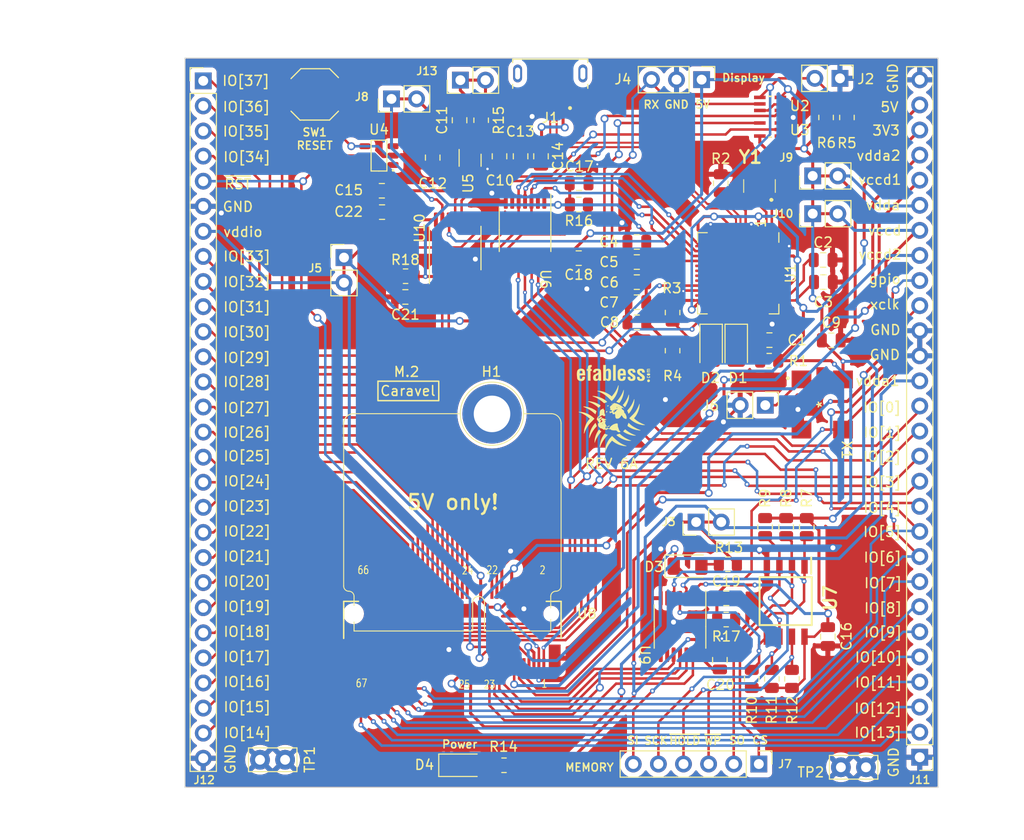
<source format=kicad_pcb>
(kicad_pcb (version 20221018) (generator pcbnew)
  (layers (0 "F.Cu" signal) (31 "B.Cu" signal) (34 "B.Paste" user) (35 "F.Paste" user) (36 "B.SilkS" user "B.Silkscreen") (37 "F.SilkS" user "F.Silkscreen") (38 "B.Mask" user) (39 "F.Mask" user) (44 "Edge.Cuts" user))
  (net 0 "")
  (net 1 "GND")
  (net 2 "Net-(U1-~{RESET})")
  (net 3 "Net-(U1-VCCCORE)")
  (net 4 "Net-(U1-VCCA)")
  (net 5 "+3.3V")
  (net 6 "Net-(U5-Noise)")
  (net 7 "MEM_CS")
  (net 8 "Net-(D1-K)")
  (net 9 "Net-(D1-A)")
  (net 10 "gpio")
  (net 11 "Net-(D2-K)")
  (net 12 "FTDI_D-")
  (net 13 "FTDI_D+")
  (net 14 "Net-(D2-A)")
  (net 15 "Net-(D3-A)")
  (net 16 "UART_EN")
  (net 17 "xclk")
  (net 18 "Caravel_CSB")
  (net 19 "Caravel_D1")
  (net 20 "~{MEM_WP}")
  (net 21 "~{MEM_HOLD}")
  (net 22 "Caravel_D0")
  (net 23 "Caravel_SCK")
  (net 24 "Net-(D4-A)")
  (net 25 "~{RST}")
  (net 28 "USB_SCK_TXD")
  (net 29 "USB_SO_RXD")
  (net 30 "USB_SI")
  (net 31 "USB_CS1")
  (net 32 "Net-(J6-Pin_1)")
  (net 33 "Net-(U1-REF)")
  (net 34 "Net-(U5-Control)")
  (net 35 "MEM_SO")
  (net 36 "Net-(U1-XCSI)")
  (net 37 "Net-(U1-XCSO)")
  (net 44 "mprj_io[6]_ser_tx")
  (net 45 "mprj_io[5]_ser_rx")
  (net 46 "vdda2")
  (net 47 "vdda1")
  (net 48 "vccd2")
  (net 51 "mprj_io[13]")
  (net 52 "mprj_io[9]")
  (net 53 "mprj_io[8]")
  (net 54 "mprj_io[7]")
  (net 55 "mprj_io[33]")
  (net 56 "mprj_io[32]")
  (net 57 "mprj_io[31]")
  (net 58 "mprj_io[30]")
  (net 59 "mprj_io[28]")
  (net 60 "mprj_io[27]")
  (net 61 "mprj_io[26]")
  (net 62 "mprj_io[25]")
  (net 63 "mprj_io[24]")
  (net 64 "mprj_io[23]")
  (net 65 "mprj_io[22]")
  (net 66 "mprj_io[21]")
  (net 67 "mprj_io[29]")
  (net 68 "mprj_io[20]")
  (net 69 "mprj_io[19]")
  (net 70 "mprj_io[18]")
  (net 71 "mprj_io[17]")
  (net 72 "mprj_io[34]")
  (net 73 "mprj_io[35]")
  (net 74 "mprj_io[36]")
  (net 75 "mprj_io[37]")
  (net 77 "mprj_io[16]")
  (net 78 "mprj_io[15]")
  (net 79 "mprj_io[14]")
  (net 80 "~{MR}")
  (net 81 "mprj_io[12]")
  (net 82 "mprj_io[11]")
  (net 83 "mprj_io[10]")
  (net 84 "mprj_io[0]")
  (net 88 "MEM_SCK")
  (net 89 "vccd")
  (net 102 "MEM_SI")
  (net 103 "mprj_io[4]_SCK")
  (net 104 "mprj_io[3]_CSB")
  (net 105 "mprj_io[2]_SDI")
  (net 106 "mprj_io[1]_SDO")
  (net 107 "Net-(U6-OE)")
  (net 108 "Net-(U9-OE)")
  (net 109 "Net-(U10-OE)")
  (net 110 "UART_EN_L")
  (net 111 "~{MR}_L")
  (net 118 "USB_SO_RXD_H")
  (net 119 "USB_SCK_TXD_H")
  (footprint "strive_foot_prints:FCI_10118193-0001LF" (layer "F.Cu") (at 131.98765 119.2377 180)
    (fp_text reference "J1")
    (fp_text value "USB_B_Micro - 10118193-0001LF")
  )
  (footprint "LED_SMD:LED_1206_3216Metric" (layer "F.Cu") (at 145.88 169.12)
    (fp_text reference "D3")
    (fp_text value "LED - 17-215SURC/S530-A2/TR8")
  )
  (footprint "Capacitor_SMD:C_0805_2012Metric" (layer "F.Cu") (at 140.75 136.296)
    (fp_text reference "C4")
    (fp_text value "0.1uf - CC0805KRX7R9BB104")
  )
  (footprint "strive_foot_prints:SOIC127P790X216-8N" (layer "F.Cu") (at 155.8092 172.6544 -90)
    (fp_text reference "U7")
    (fp_text value "W25Q32FVSS" hide)
  )
  (footprint "Connector_PinHeader_2.54mm:PinHeader_1x02_P2.54mm_Vertical" (layer "F.Cu") (at 158.545 133.43 90)
    (fp_text reference "J10")
    (fp_text value "Conn_01x02_Male")
  )
  (footprint "strive_foot_prints:SOT65P210X110-5N" (layer "F.Cu") (at 154.2344 122.3184)
    (fp_text reference "U2")
    (fp_text value "SN74LVC1G125DCKR")
  )
  (footprint "TestPoint:TestPoint_Bridge_Pitch2.54mm_Drill1.0mm" (layer "F.Cu") (at 105.1616 188.714 180)
    (fp_text reference "TP1")
    (fp_text value "TestPoint")
  )
  (footprint "Caravel_Board:ef_logo" (layer "F.Cu") (at 138.330398 149.613267)
    (fp_text reference "T2" hide)
    (fp_text value "Logo" hide)
  )
  (footprint "Capacitor_SMD:C_0805_2012Metric" (layer "F.Cu") (at 140.75 140.36)
    (fp_text reference "C6")
    (fp_text value "0.1uf - CC0805KRX7R9BB104")
  )
  (footprint "MicroMod-Sparkfun:MicroMod-Standoff" (layer "F.Cu") (at 126.0972 153.7)
    (fp_text reference "H1")
    (fp_text value "MICROMOD-Standoff")
  )
  (footprint "Connector_PinHeader_2.54mm:PinHeader_1x02_P2.54mm_Vertical" (layer "F.Cu") (at 111.12 137.875)
    (fp_text reference "J5")
    (fp_text value "Conn_01x02_Male")
  )
  (footprint "Capacitor_SMD:C_0805_2012Metric" (layer "F.Cu") (at 131.0516 127.62 90)
    (fp_text reference "C14")
    (fp_text value "10uf - CC0805KKX5R8BB106")
  )
  (footprint "TestPoint:TestPoint_Bridge_Pitch2.54mm_Drill1.0mm" (layer "F.Cu") (at 163.9372 189.476 180)
    (fp_text reference "TP2")
    (fp_text value "TestPoint")
  )
  (footprint "Caravel_Board:PoR_5_SOT23" (layer "F.Cu") (at 114.6612 127.5508 180)
    (fp_text reference "U4")
    (fp_text value "MCP1319MT-29LE-OT")
  )
  (footprint "Package_SO:TSSOP-14_4.4x5mm_P0.65mm" (layer "F.Cu") (at 122.37 136.91 90)
    (fp_text reference "U10")
    (fp_text value "TXB0104PWR")
  )
  (footprint "LED_SMD:LED_1206_3216Metric" (layer "F.Cu") (at 148.2664 146.9064 -90)
    (fp_text reference "D2")
    (fp_text value "LED - 17-215SURC/S530-A2/TR8")
  )
  (footprint "Capacitor_SMD:C_0805_2012Metric" (layer "F.Cu") (at 149.8 172.37 180)
    (fp_text reference "C19")
    (fp_text value "0.1uf - CC0805KRX7R9BB104")
  )
  (footprint "LED_SMD:LED_1206_3216Metric" (layer "F.Cu") (at 150.8064 146.9064 -90)
    (fp_text reference "D1")
    (fp_text value "LED - 17-215SURC/S530-A2/TR8")
  )
  (footprint "Package_SO:TSSOP-14_4.4x5mm_P0.65mm" (layer "F.Cu") (at 129.44 135.06 -90)
    (fp_text reference "U6")
    (fp_text value "TXB0104PWR")
  )
  (footprint "Connector_PinHeader_2.54mm:PinHeader_1x02_P2.54mm_Vertical" (layer "F.Cu") (at 161.3006 119.7276 -90)
    (fp_text reference "J2")
    (fp_text value "Conn_01x02_Female")
  )
  (footprint "Resistor_SMD:R_0805_2012Metric" (layer "F.Cu") (at 134.89 132.5)
    (fp_text reference "R16")
    (fp_text value " 10k - RC0805FR-0710KL")
  )
  (footprint "Resistor_SMD:R_0805_2012Metric" (layer "F.Cu") (at 152.3802 180.5284 -90)
    (fp_text reference "R10")
    (fp_text value "10k - RC0805FR-0710KL")
  )
  (footprint "Capacitor_SMD:C_0805_2012Metric" (layer "F.Cu") (at 160.0764 176.2426 -90)
    (fp_text reference "C16")
    (fp_text value "0.1uf - CC0805KRX7R9BB104")
  )
  (footprint "Connector_PinHeader_2.54mm:PinHeader_1x03_P2.54mm_Vertical" (layer "F.Cu") (at 147.305 119.86 -90)
    (fp_text reference "J4")
    (fp_text value "Conn_01x03_Female")
  )
  (footprint "Resistor_SMD:R_0805_2012Metric" (layer "F.Cu") (at 149.79 174.52)
    (fp_text reference "R17")
    (fp_text value " 10k - RC0805FR-0710KL")
  )
  (footprint "Connector_PinHeader_2.54mm:PinHeader_1x06_P2.54mm_Vertical" (layer "F.Cu") (at 153.0914 189.1458 -90)
    (fp_text reference "J7")
    (fp_text value "Conn_01x06_Female")
  )
  (footprint "Capacitor_SMD:C_0805_2012Metric" (layer "F.Cu") (at 114.95 131.11)
    (fp_text reference "C15")
    (fp_text value "0.1uf - CC0805KRX7R9BB104")
  )
  (footprint "Capacitor_SMD:C_0805_2012Metric" (layer "F.Cu") (at 126.8548 127.62 90)
    (fp_text reference "C10")
    (fp_text value "1uf - CC0805KKX5R8BB105")
  )
  (footprint "Resistor_SMD:R_0805_2012Metric" (layer "F.Cu") (at 127.3104 189.2728 180)
    (fp_text reference "R14")
    (fp_text value "1K - RC0805FR-071KL")
  )
  (footprint "Resistor_SMD:R_0805_2012Metric" (layer "F.Cu") (at 162.0068 123.69 90)
    (fp_text reference "R5")
    (fp_text value " 10k - RC0805FR-0710KL")
  )
  (footprint "Resistor_SMD:R_0805_2012Metric" (layer "F.Cu") (at 157.9428 165.1614 90)
    (fp_text reference "R7")
    (fp_text value "10k - RC0805FR-0710KL")
  )
  (footprint "Caravel_Board:SG7050CCN-10M-HJGA3" (layer "F.Cu") (at 159.51 152.75 -90)
    (fp_text reference "X1")
    (fp_text value "SG7050CCN_10MHZ" hide)
  )
  (footprint "Resistor_SMD:R_0805_2012Metric" (layer "F.Cu") (at 149.96 168.92 180)
    (fp_text reference "R13")
    (fp_text value "1K - RC0805FR-071KL")
  )
  (footprint "Resistor_SMD:R_0805_2012Metric" (layer "F.Cu") (at 159.8986 123.69 90)
    (fp_text reference "R6")
    (fp_text value " 10k - RC0805FR-0710KL")
  )
  (footprint "Capacitor_SMD:C_0805_2012Metric" (layer "F.Cu") (at 134.91 130.34 180)
    (fp_text reference "C17")
    (fp_text value "0.1uf - CC0805KRX7R9BB104")
  )
  (footprint "Capacitor_SMD:C_0805_2012Metric" (layer "F.Cu") (at 140.75 144.424)
    (fp_text reference "C8")
    (fp_text value "0.1uf - CC0805KRX7R9BB104")
  )
  (footprint "Capacitor_SMD:C_0805_2012Metric" (layer "F.Cu") (at 128.9884 127.62 -90)
    (fp_text reference "C13")
    (fp_text value "0.1uf - CC0805KRX7R9BB104")
  )
  (footprint "Capacitor_SMD:C_0805_2012Metric" (layer "F.Cu") (at 140.75 138.328)
    (fp_text reference "C5")
    (fp_text value "0.1uf - CC0805KRX7R9BB104")
  )
  (footprint "strive_foot_prints:SW4-SMD-5.2X5.2X1.5MM" (layer "F.Cu") (at 108.1588 121.3532)
    (fp_text reference "SW1")
    (fp_text value "SW_Push - SKQGADE010")
  )
  (footprint "Resistor_SMD:R_0805_2012Metric" (layer "F.Cu") (at 155.86 165.1614 90)
    (fp_text reference "R8")
    (fp_text value "10k - RC0805FR-0710KL")
  )
  (footprint "Resistor_SMD:R_0805_2012Metric" (layer "F.Cu") (at 156.4442 180.5284 -90)
    (fp_text reference "R12")
    (fp_text value "10k - RC0805FR-0710KL")
  )
  (footprint "Connector_PinHeader_2.54mm:PinHeader_1x28_P2.54mm_Vertical" (layer "F.Cu") (at 96.8812 119.9816)
    (fp_text reference "J12")
    (fp_text value "Conn_01x27_Female")
  )
  (footprint "Resistor_SMD:R_0805_2012Metric" (layer "F.Cu") (at 154.1418 148.3128)
    (fp_text reference "R1")
    (fp_text value "10k - RC0805FR-0710KL")
  )
  (footprint "Capacitor_SMD:C_0805_2012Metric" (layer "F.Cu") (at 117.33 141.86)
    (fp_text reference "C21")
    (fp_text value "0.1uf - CC0805KRX7R9BB104")
  )
  (footprint "Connector_PinHeader_2.54mm:PinHeader_1x02_P2.54mm_Vertical" (layer "F.Cu") (at 122.895 119.91 90)
    (fp_text reference "J13")
    (fp_text value "Conn_01x02_Male")
  )
  (footprint "Capacitor_SMD:C_0805_2012Metric" (layer "F.Cu") (at 159.6 138.1172 180)
    (fp_text reference "C2")
    (fp_text value "0.1uf - CC0805KRX7R9BB104")
  )
  (footprint "Package_SO:TSSOP-14_4.4x5mm_P0.65mm" (layer "F.Cu") (at 145.12 175.22 -90)
    (fp_text reference "U9")
    (fp_text value "TXB0104PWR")
  )
  (footprint "Capacitor_SMD:C_0805_2012Metric" (layer "F.Cu") (at 159.6254 140.3524 180)
    (fp_text reference "C3")
    (fp_text value "0.1uf - CC0805KRX7R9BB104")
  )
  (footprint "Resistor_SMD:R_0805_2012Metric" (layer "F.Cu") (at 144.3672 143.4392 90)
    (fp_text reference "R3")
    (fp_text value "150 - 0805W8J0151T5E")
  )
  (footprint "Resistor_SMD:R_0805_2012Metric" (layer "F.Cu") (at 117.35 139.76 180)
    (fp_text reference "R18")
    (fp_text value " 10k - RC0805FR-0710KL")
  )
  (footprint "Resistor_SMD:R_0805_2012Metric" (layer "F.Cu") (at 144.3672 147.3 90)
    (fp_text reference "R4")
    (fp_text value "150 - 0805W8J0151T5E")
  )
  (footprint "Connector_PinHeader_2.54mm:PinHeader_1x02_P2.54mm_Vertical" (layer "F.Cu") (at 153.745 152.82 -90)
    (fp_text reference "J6")
    (fp_text value "Conn_01x02_Male")
  )
  (footprint "Capacitor_SMD:C_0805_2012Metric" (layer "F.Cu") (at 114.97 133.27)
    (fp_text reference "C22")
    (fp_text value "0.1uf - CC0805KRX7R9BB104")
  )
  (footprint "Connector_PinHeader_2.54mm:PinHeader_1x02_P2.54mm_Vertical" (layer "F.Cu") (at 146.75 164.65 90)
    (fp_text reference "J3")
    (fp_text value "Conn_01x02_Male")
  )
  (footprint "Package_DFN_QFN:QFN-48-1EP_8x8mm_P0.5mm_EP6.2x6.2mm" (layer "F.Cu") (at 151.0086 139.4634 -90)
    (fp_text reference "U1")
    (fp_text value "FT232H")
  )
  (footprint "Capacitor_SMD:C_0805_2012Metric" (layer "F.Cu") (at 160.42 146.25 180)
    (fp_text reference "C9")
    (fp_text value "0.1uf - CC0805KRX7R9BB104")
  )
  (footprint "Connector_PinHeader_2.54mm:PinHeader_1x28_P2.54mm_Vertical" (layer "F.Cu") (at 169.3728 188.46 180)
    (fp_text reference "J11")
    (fp_text value "Conn_01x20_Female")
  )
  (footprint "strive_foot_prints:SOT65P210X110-5N" (layer "F.Cu") (at 154.2344 124.9092 180)
    (fp_text reference "U3")
    (fp_text value "SN74LVC1G125DCKR")
  )
  (footprint "Capacitor_SMD:C_0805_2012Metric" (layer "F.Cu") (at 122.8132 123.97 90)
    (fp_text reference "C11")
    (fp_text value "0.01uf - CC0805KRX7R9BB103")
  )
  (footprint "Capacitor_SMD:C_0805_2012Metric" (layer "F.Cu") (at 154.1672 146.23 180)
    (fp_text reference "C1")
    (fp_text value "0.01uf - CC0805JRX7R9BB103")
  )
  (footprint "LED_SMD:LED_1206_3216Metric" (layer "F.Cu") (at 122.9924 189.2728)
    (fp_text reference "D4")
    (fp_text value "LED - 17-215SURC/S530-A2/TR8")
  )
  (footprint "Connector_PinHeader_2.54mm:PinHeader_1x02_P2.54mm_Vertical" (layer "F.Cu") (at 115.9262 121.8104 90)
    (fp_text reference "J8")
    (fp_text value "Conn_01x02_Male")
  )
  (footprint "Caravel_Board:SOT-353F" (layer "F.Cu") (at 123.88 127.78 -90)
    (fp_text reference "U5")
    (fp_text value "TAR5SxxU_SOT353F")
  )
  (footprint "MicroMod-Sparkfun:M.2-CONNECTOR-E" (layer "F.Cu") (at 122.0875 173.9275)
    (fp_text reference "U8")
    (fp_text value "caravel-M.2-card" hide)
  )
  (footprint "Capacitor_SMD:C_0805_2012Metric" (layer "F.Cu") (at 134.87 137.93 180)
    (fp_text reference "C18")
    (fp_text value "0.1uf - CC0805KRX7R9BB104")
  )
  (footprint "strive_foot_prints:CSTNE12M0GH5L000R0" (layer "F.Cu") (at 153.16 130.63)
    (fp_text reference "Y1")
    (fp_text value "CSTNE12M0GH5L000R0" hide)
  )
  (footprint "Resistor_SMD:R_0805_2012Metric" (layer "F.Cu") (at 153.7264 165.1614 90)
    (fp_text reference "R9")
    (fp_text value "10k - RC0805FR-0710KL")
  )
  (footprint "Connector_PinHeader_2.54mm:PinHeader_1x02_P2.54mm_Vertical" (layer "F.Cu") (at 158.545 129.61 90)
    (fp_text reference "J9")
    (fp_text value "Conn_01x02_Male")
  )
  (footprint "Capacitor_SMD:C_0805_2012Metric" (layer "F.Cu") (at 140.75 142.392)
    (fp_text reference "C7")
    (fp_text value "0.1uf - CC0805KRX7R9BB104")
  )
  (footprint "Resistor_SMD:R_0805_2012Metric" (layer "F.Cu") (at 154.4122 180.5284 -90)
    (fp_text reference "R11")
    (fp_text value "10k - RC0805FR-0710KL")
  )
  (footprint "Caravel_Board:logo" (layer "F.Cu") (at 138.18 154.17)
    (fp_text reference "T1" hide)
    (fp_text value "Logo" hide)
  )
  (footprint "Capacitor_SMD:C_0805_2012Metric" (layer "F.Cu") (at 120.0968 127.754 90)
    (fp_text reference "C12")
    (fp_text value "10uf - CC0805KKX5R8BB106")
  )
  (footprint "Resistor_SMD:R_0805_2012Metric" (layer "F.Cu") (at 149.24 130.35 -90)
    (fp_text reference "R2")
    (fp_text value "12K 1% - 0805W8F1202T5E")
  )
  (footprint "Resistor_SMD:R_0805_2012Metric" (layer "F.Cu") (at 124.9976 123.97 90)
    (fp_text reference "R15")
    (fp_text value " 10k - RC0805FR-0710KL")
  )
  (footprint "Capacitor_SMD:C_0805_2012Metric" (layer "F.Cu") (at 149.15 178.62 -90)
    (fp_text reference "C20")
    (fp_text value "0.1uf - CC0805KRX7R9BB104")
  )
  (gr_rect (start 114.5572 150.39) (end 120.7072 152.36) (stroke (width 0.15)) (fill none) (layer "F.SilkS"))
  (gr_rect (start 95.0272 117.676) (end 171.2272 191.508) (stroke (width 0.1)) (fill none) (layer "Edge.Cuts"))
  (gr_text "xclk" (at 165.8422 142.613) (layer "F.SilkS") (effects (font (size 1 1))))
  (gr_text "vdda1" (at 165.1056 150.36) (layer "F.SilkS") (effects (font (size 1 1))))
  (gr_text "IO[19]" (at 101.3262 173.22) (layer "F.SilkS") (effects (font (size 1 1))))
  (gr_text "CS" (at 153.2372 186.74) (layer "F.SilkS") (effects (font (size 0.8 0.8))))
  (gr_text "SO" (at 150.8872 186.7582) (layer "F.SilkS") (effects (font (size 0.8 0.8))))
  (gr_text "IO[5]" (at 165.5628 165.6508) (layer "F.SilkS") (effects (font (size 1 1))))
  (gr_text "IO[26]" (at 101.3008 155.5924) (layer "F.SilkS") (effects (font (size 1 1))))
  (gr_text "M.2" (at 117.4472 149.44) (layer "F.SilkS") (effects (font (size 1 1))))
  (gr_text "IO[34]" (at 101.3008 127.7032) (layer "F.SilkS") (effects (font (size 1 1))))
  (gr_text "IO[7]" (at 165.6644 170.8324) (layer "F.SilkS") (effects (font (size 1 1))))
  (gr_text "IO[2]" (at 165.5628 158.0308) (layer "F.SilkS") (effects (font (size 1 1))))
  (gr_text "IO[0]" (at 165.5628 153.0524) (layer "F.SilkS") (effects (font (size 1 1))))
  (gr_text "gpio" (at 165.8422 140.0476) (layer "F.SilkS") (effects (font (size 1 1))))
  (gr_text "IO[23]" (at 101.3262 163.06) (layer "F.SilkS") (effects (font (size 1 1))))
  (gr_text "IO[4]" (at 165.5882 163.2124) (layer "F.SilkS") (effects (font (size 1 1))))
  (gr_text "SCK" (at 142.6872 186.78) (layer "F.SilkS") (effects (font (size 0.8 0.8))))
  (gr_text "IO[13]" (at 165.1564 185.9708) (layer "F.SilkS") (effects (font (size 1 1))))
  (gr_text "5V only!" (at 122.13 162.64) (layer "F.SilkS") (effects (font (size 1.5 1.5) (thickness 0.25) bold)))
  (gr_text "vdda2" (at 165.2072 127.5508) (layer "F.SilkS") (effects (font (size 1 1))))
  (gr_text "IO[33]" (at 101.3008 137.7616) (layer "F.SilkS") (effects (font (size 1 1))))
  (gr_text "GND" (at 166.655 119.7276 90) (layer "F.SilkS") (effects (font (size 1 1))))
  (gr_text "IO[37]" (at 101.1992 119.9816) (layer "F.SilkS") (effects (font (size 1 1))))
  (gr_text "IO[20]" (at 101.3262 170.68) (layer "F.SilkS") (effects (font (size 1 1))))
  (gr_text "1\n" (at 153.2946 134.3834 90) (layer "F.SilkS") (effects (font (size 1 1))))
  (gr_text "GND" (at 144.77 122.38) (layer "F.SilkS") (effects (font (size 0.8 0.8))))
  (gr_text "5V" (at 166.32 122.65) (layer "F.SilkS") (effects (font (size 1 1))))
  (gr_text "IO[10]" (at 165.2072 178.3508) (layer "F.SilkS") (effects (font (size 1 1))))
  (gr_text "IO[32]" (at 101.3008 140.3524) (layer "F.SilkS") (effects (font (size 1 1))))
  (gr_text "GND" (at 100.3864 132.7324) (layer "F.SilkS") (effects (font (size 1 1))))
  (gr_text "IO[8]" (at 165.6644 173.3724) (layer "F.SilkS") (effects (font (size 1 1))))
  (gr_text "IO[18]" (at 101.3262 175.76) (layer "F.SilkS") (effects (font (size 1 1))))
  (gr_text "~{WP}" (at 148.4272 186.8) (layer "F.SilkS") (effects (font (size 0.8 0.8))))
  (gr_text "IO[35]" (at 101.25 125.1124) (layer "F.SilkS") (effects (font (size 1 1))))
  (gr_text "vccd" (at 165.83 135.12) (layer "F.SilkS") (effects (font (size 1 1))))
  (gr_text "IO[24]" (at 101.3262 160.52) (layer "F.SilkS") (effects (font (size 1 1))))
  (gr_text "MEMORY" (at 135.9572 189.49) (layer "F.SilkS") (effects (font (size 0.8 0.8))))
  (gr_text "GND" (at 99.6244 188.6378 90) (layer "F.SilkS") (effects (font (size 1 1))))
  (gr_text "5V" (at 147.42 122.37) (layer "F.SilkS") (effects (font (size 0.8 0.8))))
  (gr_text "IO[1]" (at 165.5882 155.5924) (layer "F.SilkS") (effects (font (size 1 1))))
  (gr_text "IO[6]" (at 165.6136 168.2416) (layer "F.SilkS") (effects (font (size 1 1))))
  (gr_text "IO[29]" (at 101.3008 148.0232) (layer "F.SilkS") (effects (font (size 1 1))))
  (gr_text "IO[22]" (at 101.3262 165.6) (layer "F.SilkS") (effects (font (size 1 1))))
  (gr_text "Caravel" (at 117.5872 151.37) (layer "F.SilkS") (effects (font (size 1 1))))
  (gr_text "Power" (at 122.8272 187.15) (layer "F.SilkS") (effects (font (size 0.8 0.8))))
  (gr_text "GND" (at 165.8422 147.7184) (layer "F.SilkS") (effects (font (size 1 1))))
  (gr_text "IO[12]" (at 165.1564 183.5324) (layer "F.SilkS") (effects (font (size 1 1))))
  (gr_text "IO[11]" (at 165.2072 180.8908) (layer "F.SilkS") (effects (font (size 1 1))))
  (gr_text "IO[30]" (at 101.3008 145.4324) (layer "F.SilkS") (effects (font (size 1 1))))
  (gr_text "RX" (at 142.22 122.39) (layer "F.SilkS") (effects (font (size 0.8 0.8))))
  (gr_text "IO[27]" (at 101.3008 153.1032) (layer "F.SilkS") (effects (font (size 1 1))))
  (gr_text "~{RST}" (at 100.3864 130.4464) (layer "F.SilkS") (effects (font (size 1 1))))
  (gr_text "IO[9]" (at 165.6644 175.8108) (layer "F.SilkS") (effects (font (size 1 1))))
  (gr_text "IO[25]" (at 101.3262 157.98) (layer "F.SilkS") (effects (font (size 1 1))))
  (gr_text "IO[17]" (at 101.3262 178.3) (layer "F.SilkS") (effects (font (size 1 1))))
  (gr_text "IO[21]" (at 101.3262 168.14) (layer "F.SilkS") (effects (font (size 1 1))))
  (gr_text "IO[31]" (at 101.3008 142.8924) (layer "F.SilkS") (effects (font (size 1 1))))
  (gr_text "IO[36]" (at 101.25 122.6232) (layer "F.SilkS") (effects (font (size 1 1))))
  (gr_text "vdda" (at 165.66 132.57) (layer "F.SilkS") (effects (font (size 1 1))))
  (gr_text "GND" (at 166.7312 188.968 90) (layer "F.SilkS") (effects (font (size 1 1))))
  (gr_text "SI" (at 140.366 186.7582) (layer "F.SilkS") (effects (font (size 0.8 0.8))))
  (gr_text "IO[14]" (at 101.3516 185.9962) (layer "F.SilkS") (effects (font (size 1 1))))
  (gr_text "GND" (at 165.893 145.2038) (layer "F.SilkS") (effects (font (size 1 1))))
  (gr_text "IO[15]" (at 101.3262 183.38) (layer "F.SilkS") (effects (font (size 1 1))))
  (gr_text "vddio" (at 100.8944 135.2724) (layer "F.SilkS") (effects (font (size 1 1))))
  (gr_text "Display\n" (at 151.542 119.6768) (layer "F.SilkS") (effects (font (size 0.8 0.8))))
  (gr_text "IO[3]" (at 165.5882 160.6216) (layer "F.SilkS") (effects (font (size 1 1))))
  (gr_text "~{HOLD}" (at 145.5972 186.79) (layer "F.SilkS") (effects (font (size 0.8 0.8) (thickness 0.15) bold)))
  (gr_text "vccd2" (at 165.3596 137.5584) (layer "F.SilkS") (effects (font (size 1 1))))
  (gr_text "IO[16]" (at 101.3262 180.84) (layer "F.SilkS") (effects (font (size 1 1))))
  (gr_text "REV 6A" (at 138.18 158.74) (layer "F.SilkS") (effects (font (size 1 1))))
  (gr_text "vccd1" (at 165.3342 129.9892) (layer "F.SilkS") (effects (font (size 1 1))))
  (gr_text "RESET" (at 108.1572 126.53) (layer "F.SilkS") (effects (font (size 0.8 0.8))))
  (gr_text "IO[28]" (at 101.3008 150.4616) (layer "F.SilkS") (effects (font (size 1 1))))
  (gr_text "3V3" (at 165.9692 125.0108) (layer "F.SilkS") (effects (font (size 1 1))))
  (segment (start 139.8 138.328) (end 139.8 140.36) (width 0.3048) (layer "F.Cu") (net 1))
  (segment (start 143.17 173.49) (end 143.17 172.3575) (width 0.3048) (layer "F.Cu") (net 1))
  (segment (start 150.849342 176.06) (end 151.97 174.939342) (width 0.3048) (layer "F.Cu") (net 1))
  (segment (start 135.82 140.91) (end 135.69 141.04) (width 0.3048) (layer "F.Cu") (net 1))
  (segment (start 139.8 140.36) (end 139.8 142.392) (width 0.3048) (layer "F.Cu") (net 1))
  (segment (start 153.9042 169.0544) (end 153.9042 168.1654) (width 0.254) (layer "F.Cu") (net 1))
  (segment (start 128.5875 171.6525) (end 128.5875 172.6975) (width 0.3048) (layer "F.Cu") (net 1))
  (segment (start 131.0516 128.57) (end 126.8548 128.57) (width 0.3048) (layer "F.Cu") (net 1))
  (segment (start 98.0316 132.6816) (end 98.71 133.36) (width 0.3048) (layer "F.Cu") (net 1))
  (segment (start 135.86 130.34) (end 135.86 129.32) (width 0.3048) (layer "F.Cu") (net 1))
  (segment (start 127.9772 167.59) (end 127.9772 168.2828) (width 0.3048) (layer "F.Cu") (net 1))
  (segment (start 128.5875 172.6975) (end 129.32 173.43) (width 0.3048) (layer "F.Cu") (net 1))
  (segment (start 96.8812 132.6816) (end 98.0316 132.6816) (width 0.3048) (layer "F.Cu") (net 1))
  (segment (start 151.97 174.939342) (end 151.97 173.5) (width 0.3048) (layer "F.Cu") (net 1))
  (segment (start 160.5754 140.3524) (end 160.5754 138.1426) (width 0.3048) (layer "F.Cu") (net 1))
  (segment (start 160.5754 138.1426) (end 160.55 138.1172) (width 0.3048) (layer "F.Cu") (net 1))
  (segment (start 153.7586 143.3384) (end 153.7586 143.9314) (width 0.254) (layer "F.Cu") (net 1))
  (segment (start 132.4375 180.0565) (end 131.844 180.65) (width 0.254) (layer "F.Cu") (net 1))
  (segment (start 154.8836 137.2134) (end 154.8836 136.7134) (width 0.254) (layer "F.Cu") (net 1))
  (segment (start 139.8 144.424) (end 139.8 142.392) (width 0.3048) (layer "F.Cu") (net 1))
  (segment (start 124.41 138.03) (end 124.32 138.12) (width 0.3048) (layer "F.Cu") (net 1))
  (segment (start 149.46 176.45) (end 149.85 176.06) (width 0.3048) (layer "F.Cu") (net 1))
  (segment (start 145.5066 141.2134) (end 145.45 141.27) (width 0.254) (layer "F.Cu") (net 1))
  (segment (start 149.85 176.06) (end 150.849342 176.06) (width 0.3048) (layer "F.Cu") (net 1))
  (segment (start 143.17 167.37) (end 143.17 172.3575) (width 0.3048) (layer "F.Cu") (net 1))
  (segment (start 152.332382 134.5104) (end 152.2586 134.584182) (width 0.1524) (layer "F.Cu") (net 1))
  (segment (start 155.1172 146.23) (end 155.1172 145.29) (width 0.3048) (layer "F.Cu") (net 1))
  (segment (start 157.41 155.29) (end 157.41 153.61) (width 0.3048) (layer "F.Cu") (net 1))
  (segment (start 148.2146 134.5104) (end 148.9766 134.5104) (width 0.254) (layer "F.Cu") (net 1))
  (segment (start 155.1172 145.29) (end 154.4372 144.61) (width 0.3048) (layer "F.Cu") (net 1))
  (segment (start 150.84 172.37) (end 150.75 172.37) (width 0.3048) (layer "F.Cu") (net 1))
  (segment (start 153.2586 143.3384) (end 153.7586 143.3384) (width 0.254) (layer "F.Cu") (net 1))
  (segment (start 124.32 138.12) (end 124.32 139.7725) (width 0.3048) (layer "F.Cu") (net 1))
  (segment (start 149.7586 135.5884) (end 149.2586 135.5884) (width 0.254) (layer "F.Cu") (net 1))
  (segment (start 154.0312 122.9788) (end 154.6408 122.3692) (width 0.254) (layer "F.Cu") (net 1))
  (segment (start 135.86 129.32) (end 136.75 128.43) (width 0.3048) (layer "F.Cu") (net 1))
  (segment (start 153.9042 168.1654) (end 153.1676 167.4288) (width 0.254) (layer "F.Cu") (net 1))
  (segment (start 151.97 173.5) (end 150.84 172.37) (width 0.3048) (layer "F.Cu") (net 1))
  (segment (start 131.844 180.65) (end 130.8372 180.65) (width 0.254) (layer "F.Cu") (net 1))
  (segment (start 154.8836 140.2134) (end 154.8836 139.7134) (width 0.254) (layer "F.Cu") (net 1))
  (segment (start 126.8548 128.57) (end 125.97 128.57) (width 0.3048) (layer "F.Cu") (net 1))
  (segment (start 154.8836 139.7134) (end 155.9576 139.7134) (width 0.254) (layer "F.Cu") (net 1))
  (segment (start 157.41 153.61) (end 157.05 153.25) (width 0.3048) (layer "F.Cu") (net 1))
  (segment (start 149.51 154.51) (end 145.9 154.51) (width 0.3048) (layer "F.Cu") (net 1))
  (segment (start 156.5712 123.0804) (end 156.5712 123.69) (width 0.254) (layer "F.Cu") (net 1))
  (segment (start 139.8 136.296) (end 139.8 138.328) (width 0.3048) (layer "F.Cu") (net 1))
  (segment (start 145.9 154.51) (end 143.64 152.25) (width 0.3048) (layer "F.Cu") (net 1))
  (segment (start 156.15 136.7134) (end 154.5026 136.7134) (width 0.254) (layer "F.Cu") (net 1))
  (segment (start 152.86 172.37) (end 150.75 172.37) (width 0.254) (layer "F.Cu") (net 1))
  (segment (start 130.68765 121.9127) (end 130.68765 123.05595) (width 0.254) (layer "F.Cu") (net 1))
  (segment (start 149.15 176.76) (end 149.36 176.55) (width 0.3048) (layer "F.Cu") (net 1))
  (segment (start 123.88 126.83) (end 123.88 124.0868) (width 0.254) (layer "F.Cu") (net 1))
  (segment (start 132.4375 178.4275) (end 132.4375 180.0565) (width 0.254) (layer "F.Cu") (net 1))
  (segment (start 144.46 174.78) (end 143.17 173.49) (width 0.3048) (layer "F.Cu") (net 1))
  (segment (start 126.9275 132.1975) (end 126.08 131.35) (width 0.3048) (layer "F.Cu") (net 1))
  (segment (start 151.2 152.82) (end 149.51 154.51) (width 0.3048) (layer "F.Cu") (net 1))
  (segment (start 122.3375 179.2025) (end 122.3375 178.1603) (width 0.254) (layer "F.Cu") (net 1))
  (segment (start 123.88 124.0868) (end 122.8132 123.02) (width 0.254) (layer "F.Cu") (net 1))
  (segment (start 148.7586 135.5884) (end 149.2586 135.5884) (width 0.254) (layer "F.Cu") (net 1))
  (segment (start 153.193 122.9788) (end 154.0312 122.9788) (width 0.254) (layer "F.Cu") (net 1))
  (segment (start 153.9042 171.3258) (end 152.86 172.37) (width 0.254) (layer "F.Cu") (net 1))
  (segment (start 155.2758 124.2488) (end 156.0124 124.2488) (width 0.254) (layer "F.Cu") (net 1))
  (segment (start 147.1336 141.2134) (end 145.5066 141.2134) (width 0.254) (layer "F.Cu") (net 1))
  (segment (start 155.9576 139.7134) (end 155.9616 139.7174) (width 0.254) (layer "F.Cu") (net 1))
  (segment (start 147.1336 141.2134) (end 147.1336 141.7134) (width 0.254) (layer "F.Cu") (net 1))
  (segment (start 130.68765 123.05595) (end 130.1552 123.5884) (width 0.254) (layer "F.Cu") (net 1))
  (segment (start 127.9772 168.2828) (end 127.0875 169.1725) (width 0.3048) (layer "F.Cu") (net 1))
  (segment (start 127.49 132.1975) (end 126.9275 132.1975) (width 0.3048) (layer "F.Cu") (net 1))
  (segment (start 149.2586 134.7924) (end 149.2586 135.5884) (width 0.254) (layer "F.Cu") (net 1))
  (segment (start 149.15 177.67) (end 149.15 176.76) (width 0.3048) (layer "F.Cu") (net 1))
  (segment (start 154.6408 122.3692) (end 155.86 122.3692) (width 0.254) (layer "F.Cu") (net 1))
  (segment (start 155.86 122.3692) (end 156.5712 123.0804) (width 0.254) (layer "F.Cu") (net 1))
  (segment (start 149.36 176.55) (end 149.36 176.45) (width 0.3048) (layer "F.Cu") (net 1))
  (segment (start 151.205 152.82) (end 151.2 152.82) (width 0.3048) (layer "F.Cu") (net 1))
  (segment (start 156.0124 124.2488) (end 156.5712 123.69) (width 0.254) (layer "F.Cu") (net 1))
  (segment (start 127.0875 169.1725) (end 127.0875 171.6525) (width 0.3048) (layer "F.Cu") (net 1))
  (segment (start 153.7586 143.9314) (end 154.4372 144.61) (width 0.254) (layer "F.Cu") (net 1))
  (segment (start 122.3375 178.1603) (end 121.7372 177.56) (width 0.254) (layer "F.Cu") (net 1))
  (segment (start 135.82 137.93) (end 135.82 140.91) (width 0.3048) (layer "F.Cu") (net 1))
  (segment (start 153.9042 169.0544) (end 153.9042 171.3258) (width 0.254) (layer "F.Cu") (net 1))
  (segment (start 125.97 128.57) (end 125.64 128.9) (width 0.3048) (layer "F.Cu") (net 1))
  (segment (start 149.36 176.45) (end 149.46 176.45) (width 0.3048) (layer "F.Cu") (net 1))
  (segment (start 148.9766 134.5104) (end 149.2586 134.7924) (width 0.254) (layer "F.Cu") (net 1))
  (segment (start 152.2586 134.584182) (end 152.2586 135.5884) (width 0.1524) (layer "F.Cu") (net 1))
  (via (at 129.32 173.43) (size 0.8) (drill 0.5) (layers "F.Cu" "B.Cu") (net 1))
  (via (at 98.71 133.36) (size 0.8) (drill 0.5) (layers "F.Cu" "B.Cu") (net 1))
  (via (at 149.51 154.51) (size 0.8) (drill 0.5) (layers "F.Cu" "B.Cu") (net 1))
  (via (at 125.64 128.9) (size 0.5) (drill 0.25) (layers "F.Cu" "B.Cu") (net 1))
  (via (at 154.4372 144.61) (size 0.8) (drill 0.5) (layers "F.Cu" "B.Cu") (net 1))
  (via (at 144.46 174.78) (size 0.8) (drill 0.5) (layers "F.Cu" "B.Cu") (net 1))
  (via (at 156.5712 123.69) (size 0.8) (drill 0.5) (layers "F.Cu" "B.Cu") (net 1))
  (via (at 145.45 141.27) (size 0.4064) (drill 0.2032) (layers "F.Cu" "B.Cu") (net 1))
  (via (at 136.75 128.43) (size 0.4064) (drill 0.2032) (layers "F.Cu" "B.Cu") (net 1))
  (via (at 148.2146 134.5104) (size 0.5) (drill 0.25) (layers "F.Cu" "B.Cu") (net 1))
  (via (at 160.59 167.25) (size 0.8) (drill 0.5) (layers "F.Cu" "B.Cu") (net 1))
  (via (at 126.08 131.35) (size 0.8) (drill 0.5) (layers "F.Cu" "B.Cu") (net 1))
  (via (at 139.24 134.35) (size 0.8) (drill 0.5) (layers "F.Cu" "B.Cu") (net 1))
  (via (at 153.1676 167.4288) (size 0.8) (drill 0.5) (layers "F.Cu" "B.Cu") (net 1))
  (via (at 135.69 141.04) (size 0.8) (drill 0.5) (layers "F.Cu" "B.Cu") (net 1))
  (via (at 156.15 136.7134) (size 0.5) (drill 0.25) (layers "F.Cu" "B.Cu") (net 1))
  (via (at 155.9616 139.7174) (size 0.5) (drill 0.25) (layers "F.Cu" "B.Cu") (net 1))
  (via (at 130.8372 180.65) (size 0.5) (drill 0.25) (layers "F.Cu" "B.Cu") (net 1))
  (via (at 121.7372 177.56) (size 0.8) (drill 0.5) (layers "F.Cu" "B.Cu") (net 1))
  (via (at 127.9772 167.59) (size 0.8) (drill 0.5) (layers "F.Cu" "B.Cu") (net 1))
  (via (at 152.332382 134.5104) (size 0.5) (drill 0.25) (layers "F.Cu" "B.Cu") (net 1))
  (via (at 124.41 138.03) (size 0.8) (drill 0.5) (layers "F.Cu" "B.Cu") (net 1))
  (via (at 130.1552 123.5884) (size 0.8) (drill 0.5) (layers "F.Cu" "B.Cu") (net 1))
  (via (at 143.17 167.37) (size 0.8) (drill 0.5) (layers "F.Cu" "B.Cu") (net 1))
  (via (at 149.36 176.45) (size 0.5) (drill 0.25) (layers "F.Cu" "B.Cu") (net 1))
  (via (at 157.05 153.25) (size 0.8) (drill 0.5) (layers "F.Cu" "B.Cu") (net 1))
  (via (at 143.64 152.25) (size 0.8) (drill 0.5) (layers "F.Cu" "B.Cu") (net 1))
  (segment (start 152.332382 134.5104) (end 148.433888 134.5104) (width 0.3048) (layer "B.Cu") (net 1))
  (segment (start 148.433888 134.5104) (end 148.324244 134.620044) (width 0.254) (layer "B.Cu") (net 1))
  (segment (start 156.15 139.529) (end 155.9616 139.7174) (width 0.3048) (layer "B.Cu") (net 1))
  (segment (start 156.15 136.7134) (end 156.15 139.529) (width 0.3048) (layer "B.Cu") (net 1))
  (segment (start 148.324244 134.620044) (end 148.2146 134.5104) (width 0.1524) (layer "B.Cu") (net 1))
  (segment (start 153.2293 148.3128) (end 153.2293 146.2421) (width 0.254) (layer "F.Cu") (net 2))
  (segment (start 152.7586 143.3384) (end 152.7586 144.7114) (width 0.254) (layer "F.Cu") (net 2))
  (segment (start 153.2172 145.17) (end 153.2172 146.23) (width 0.254) (layer "F.Cu") (net 2))
  (segment (start 152.7586 144.7114) (end 153.2172 145.17) (width 0.254) (layer "F.Cu") (net 2))
  (segment (start 158.65 138.1172) (end 158.1728 138.1172) (width 0.254) (layer "F.Cu") (net 3))
  (segment (start 158.1728 138.1172) (end 157.64 138.65) (width 0.254) (layer "F.Cu") (net 3))
  (segment (start 155.93 141.7134) (end 156.1246 141.7134) (width 0.254) (layer "F.Cu") (net 3))
  (segment (start 157.64 140.198) (end 156.1246 141.7134) (width 0.254) (layer "F.Cu") (net 3))
  (segment (start 157.64 138.65) (end 157.64 140.198) (width 0.254) (layer "F.Cu") (net 3))
  (segment (start 154.5026 141.7134) (end 155.93 141.7134) (width 0.254) (layer "F.Cu") (net 3))
  (segment (start 156.8144 142.2134) (end 158.6754 140.3524) (width 0.254) (layer "F.Cu") (net 4))
  (segment (start 154.5026 142.2134) (end 156.8144 142.2134) (width 0.254) (layer "F.Cu") (net 4))
  (segment (start 169.3728 124.96) (end 163.75 130.5828) (width 0.3048) (layer "F.Cu") (net 5))
  (segment (start 157 139.822) (end 155.6086 141.2134) (width 0.3048) (layer "F.Cu") (net 5))
  (segment (start 141.7 136.296) (end 141.7 138.328) (width 0.3048) (layer "F.Cu") (net 5))
  (segment (start 148.8375 172.3575) (end 148.85 172.37) (width 0.3048) (layer "F.Cu") (net 5))
  (segment (start 132.7725 132.5375) (end 133.94 132.5375) (width 0.3048) (layer "F.Cu") (net 5))
  (segment (start 140.95 134.71) (end 141.7 135.46) (width 0.3048) (layer "F.Cu") (net 5))
  (segment (start 160.0764 173.6298) (end 160.0764 173.8864) (width 0.3048) (layer "F.Cu") (net 5))
  (segment (start 155.6086 141.2134) (end 154.5026 141.2134) (width 0.3048) (layer "F.Cu") (net 5))
  (segment (start 149.273 133.723) (end 150.2586 134.7086) (width 0.254) (layer "F.Cu") (net 5))
  (segment (start 147.5288 133.723) (end 146.9446 134.3072) (width 0.3048) (layer "F.Cu") (net 5))
  (segment (start 119.36 139.79) (end 120.4025 139.79) (width 0.3048) (layer "F.Cu") (net 5))
  (segment (start 159.1772 172.7306) (end 159.1772 165.4833) (width 0.3048) (layer "F.Cu") (net 5))
  (segment (start 160.0764 175.2926) (end 159.604 175.2926) (width 0.254) (layer "F.Cu") (net 5))
  (segment (start 144.6805 142.2134) (end 146.5172 142.2134) (width 0.3048) (layer "F.Cu") (net 5))
  (segment (start 147.1336 142.3236) (end 147.1336 142.2134) (width 0.254) (layer "F.Cu") (net 5))
  (segment (start 157.7142 180.5284) (end 156.8017 181.4409) (width 0.254) (layer "F.Cu") (net 5))
  (segment (start 141.7 142.392) (end 141.7 140.36) (width 0.3048) (layer "F.Cu") (net 5))
  (segment (start 159.6802 175.2926) (end 158.7184 176.2544) (width 0.254) (layer "F.Cu") (net 5))
  (segment (start 143.6426 142.4879) (end 141.7959 142.4879) (width 0.3048) (layer "F.Cu") (net 5))
  (segment (start 152.3802 181.4409) (end 154.4122 181.4409) (width 0.254) (layer "F.Cu") (net 5))
  (segment (start 160.3928 148.3128) (end 155.0543 148.3128) (width 0.3048) (layer "F.Cu") (net 5))
  (segment (start 149.78 171.02) (end 148.85 171.95) (width 0.3048) (layer "F.Cu") (net 5))
  (segment (start 120.0968 126.804) (end 121.044 126.804) (width 0.3048) (layer "F.Cu") (net 5))
  (segment (start 146.3072 143.15) (end 147.1336 142.3236) (width 0.3048) (layer "F.Cu") (net 5))
  (segment (start 147.07 172.3575) (end 148.8375 172.3575) (width 0.3048) (layer "F.Cu") (net 5))
  (segment (start 153.066 134.6755) (end 152.7586 134.9829) (width 0.254) (layer "F.Cu") (net 5))
  (segment (start 157.9428 164.2489) (end 153.7264 164.2489) (width 0.3048) (layer "F.Cu") (net 5))
  (segment (start 160.0764 173.6298) (end 159.1772 172.7306) (width 0.3048) (layer "F.Cu") (net 5))
  (segment (start 141.7 144.424) (end 141.7 142.392) (width 0.3048) (layer "F.Cu") (net 5))
  (segment (start 156.8017 181.4409) (end 156.4442 181.4409) (width 0.254) (layer "F.Cu") (net 5))
  (segment (start 143.7047 146.3875) (end 141.7572 144.44) (width 0.3048) (layer "F.Cu") (net 5))
  (segment (start 115.9262 121.8104) (end 118.4662 121.8104) (width 0.3048) (layer "F.Cu") (net 5))
  (segment (start 144.3672 142.5267) (end 144.6805 142.2134) (width 0.3048) (layer "F.Cu") (net 5))
  (segment (start 154.8836 140.7134) (end 154.8836 141.2134) (width 0.254) (layer "F.Cu") (net 5))
  (segment (start 158.7184 176.2544) (end 157.7142 176.2544) (width 0.254) (layer "F.Cu") (net 5))
  (segment (start 160.5161 164.2489) (end 157.9428 164.2489) (width 0.3048) (layer "F.Cu") (net 5))
  (segment (start 141.7959 142.4879) (end 141.7 142.392) (width 0.3048) (layer "F.Cu") (net 5))
  (segment (start 146.9446 135.0692) (end 147.4638 135.5884) (width 0.3048) (layer "F.Cu") (net 5))
  (segment (start 152.7586 134.9829) (end 152.7586 135.5884) (width 0.254) (layer "F.Cu") (net 5))
  (segment (start 144.3672 146.3875) (end 143.7047 146.3875) (width 0.3048) (layer "F.Cu") (net 5))
  (segment (start 133.96 130.34) (end 133.96 132.4825) (width 0.3048) (layer "F.Cu") (net 5))
  (segment (start 152.69 171.02) (end 149.78 171.02) (width 0.3048) (layer "F.Cu") (net 5))
  (segment (start 157 138.12) (end 156.5934 137.7134) (width 0.3048) (layer "F.Cu") (net 5))
  (segment (start 132.77 132.54) (end 132.7725 132.5375) (width 0.3048) (layer "F.Cu") (net 5))
  (segment (start 156.5934 137.7134) (end 154.5026 137.7134) (width 0.3048) (layer "F.Cu") (net 5))
  (segment (start 146.9446 134.3072) (end 146.9446 135.0692) (width 0.3048) (layer "F.Cu") (net 5))
  (segment (start 147.4638 135.5884) (end 148.2586 135.5884) (width 0.3048) (layer "F.Cu") (net 5))
  (segment (start 122.97 128.73) (end 123.23 128.73) (width 0.3048) (layer "F.Cu") (net 5))
  (segment (start 148.85 171.95) (end 148.85 172.37) (width 0.3048) (layer "F.Cu") (net 5))
  (segment (start 153.066 133.6976) (end 153.066 134.6755) (width 0.3048) (layer "F.Cu") (net 5))
  (segment (start 160.5772 164.31) (end 160.5161 164.2489) (width 0.254) (layer "F.Cu") (net 5))
  (segment (start 160.1 173.91) (end 160.0764 173.9336) (width 0.3048) (layer "F.Cu") (net 5))
  (segment (start 150.2586 134.7086) (end 150.2586 135.5884) (width 0.254) (layer "F.Cu") (net 5))
  (segment (start 148.56 133.723) (end 149.273 133.723) (width 0.254) (layer "F.Cu") (net 5))
  (segment (start 148.56 133.723) (end 147.5288 133.723) (width 0.3048) (layer "F.Cu") (net 5))
  (segment (start 157.7142 176.2544) (end 157.7142 180.5284) (width 0.254) (layer "F.Cu") (net 5))
  (segment (start 141.7 135.46) (end 141.7 136.296) (width 0.3048) (layer "F.Cu") (net 5))
  (segment (start 132.7675 132.5375) (end 132.77 132.54) (width 0.3048) (layer "F.Cu") (net 5))
  (segment (start 120.0968 123.441) (end 120.0968 126.804) (width 0.3048) (layer "F.Cu") (net 5))
  (segment (start 157.59 142.96) (end 157.6 142.97) (width 0.3048) (layer "F.Cu") (net 5))
  (segment (start 157.6 145.7671) (end 155.0543 148.3128) (width 0.3048) (layer "F.Cu") (net 5))
  (segment (start 160.74 148.66) (end 160.3928 148.3128) (width 0.3048) (layer "F.Cu") (net 5))
  (segment (start 160.0764 173.9336) (end 160.0764 175.2926) (width 0.3048) (layer "F.Cu") (net 5))
  (segment (start 120.4025 139.79) (end 120.42 139.7725) (width 0.3048) (layer "F.Cu") (net 5))
  (segment (start 163.75 130.5828) (end 163.75 136.4) (width 0.3048) (layer "F.Cu") (net 5))
  (segment (start 160.0764 173.8864) (end 160.1 173.91) (width 0.3048) (layer "F.Cu") (net 5))
  (segment (start 118.2625 139.76) (end 118.2625 141.8125) (width 0.3048) (layer "F.Cu") (net 5))
  (segment (start 157 138.12) (end 157 139.822) (width 0.3048) (layer "F.Cu") (net 5))
  (segment (start 131.41 132.5375) (end 132.7675 132.5375) (width 0.3048) (layer "F.Cu") (net 5))
  (segment (start 118.4662 121.8104) (end 120.0968 123.441) (width 0.3048) (layer "F.Cu") (net 5))
  (segment (start 157.6 142.97) (end 157.6 145.7671) (width 0.3048) (layer "F.Cu") (net 5))
  (segment (start 141.7 138.328) (end 141.7 140.36) (width 0.3048) (layer "F.Cu") (net 5))
  (segment (start 148.85 172.37) (end 148.85 174.4925) (width 0.3048) (layer "F.Cu") (net 5))
  (segment (start 121.044 126.804) (end 122.97 128.73) (width 0.3048) (layer "F.Cu") (net 5))
  (segment (start 154.4122 181.4409) (end 156.4442 181.4409) (width 0.254) (layer "F.Cu") (net 5))
  (segment (start 159.1772 165.4833) (end 157.9428 164.2489) (width 0.3048) (layer "F.Cu") (net 5))
  (segment (start 146.5172 142.2134) (end 147.1336 142.2134) (width 0.254) (layer "F.Cu") (net 5))
  (segment (start 148.85 174.4925) (end 148.8775 174.52) (width 0.3048) (layer "F.Cu") (net 5))
  (segment (start 119.36 139.79) (end 118.21 139.79) (width 0.3048) (layer "F.Cu") (net 5))
  (via (at 157.59 142.96) (size 0.8) (drill 0.5) (layers "F.Cu" "B.Cu") (net 5))
  (via (at 163.75 136.4) (size 0.8) (drill 0.5) (layers "F.Cu" "B.Cu") (net 5))
  (via (at 140.95 134.71) (size 0.5) (drill 0.25) (layers "F.Cu" "B.Cu") (net 5))
  (via (at 132.77 132.54) (size 0.8) (drill 0.5) (layers "F.Cu" "B.Cu") (net 5))
  (via (at 160.5772 164.31) (size 0.8) (drill 0.5) (layers "F.Cu" "B.Cu") (net 5))
  (via (at 146.3072 143.15) (size 0.8) (drill 0.5) (layers "F.Cu" "B.Cu") (net 5))
  (via (at 152.69 171.02) (size 0.5) (drill 0.25) (layers "F.Cu" "B.Cu") (net 5))
  (via (at 157 138.12) (size 0.8) (drill 0.5) (layers "F.Cu" "B.Cu") (net 5))
  (via (at 160.1 173.91) (size 0.8) (drill 0.5) (layers "F.Cu" "B.Cu") (net 5))
  (via (at 153.066 133.6976) (size 0.8) (drill 0.5) (layers "F.Cu" "B.Cu") (net 5))
  (via (at 148.56 133.723) (size 0.8) (drill 0.5) (layers "F.Cu" "B.Cu") (net 5))
  (via (at 119.36 139.79) (size 0.5) (drill 0.25) (layers "F.Cu" "B.Cu") (net 5))
  (via (at 160.74 148.66) (size 0.5) (drill 0.25) (layers "F.Cu" "B.Cu") (net 5))
  (segment (start 163.75 138.55) (end 163.75 136.4) (width 0.3048) (layer "B.Cu") (net 5))
  (segment (start 140.95 134.71) (end 138.78 132.54) (width 0.3048) (layer "B.Cu") (net 5))
  (segment (start 160.74 148.66) (end 162.39 150.31) (width 0.3048) (layer "B.Cu") (net 5))
  (segment (start 115.9262 126.7762) (end 115.9262 121.8104) (width 0.3048) (layer "B.Cu") (net 5))
  (segment (start 157.59 142.96) (end 157.95 143.32) (width 0.3048) (layer "B.Cu") (net 5))
  (segment (start 147.4972 133.71) (end 146.3072 134.9) (width 0.254) (layer "B.Cu") (net 5))
  (segment (start 153.0406 133.723) (end 148.56 133.723) (width 0.3048) (layer "B.Cu") (net 5))
  (segment (start 154.8948 133.6976) (end 153.066 133.6976) (width 0.3048) (layer "B.Cu") (net 5))
  (segment (start 148.56 133.723) (end 148.547 133.71) (width 0.254) (layer "B.Cu") (net 5))
  (segment (start 157.75 173.91) (end 160.1 173.91) (width 0.3048) (layer "B.Cu") (net 5))
  (segment (start 138.78 132.54) (end 132.77 132.54) (width 0.3048) (layer "B.Cu") (net 5))
  (segment (start 119.36 134.79) (end 121.63 132.52) (width 0.3048) (layer "B.Cu") (net 5))
  (segment (start 162.39 162.4972) (end 160.5772 164.31) (width 0.3048) (layer "B.Cu") (net 5))
  (segment (start 146.3072 134.9) (end 146.3072 143.15) (width 0.254) (layer "B.Cu") (net 5))
  (segment (start 157.59 142.96) (end 157 142.37) (width 0.3048) (layer "B.Cu") (net 5))
  (segment (start 162.39 151.42) (end 162.39 162.4972) (width 0.3048) (layer "B.Cu") (net 5))
  (segment (start 157.95 143.32) (end 158.98 143.32) (width 0.3048) (layer "B.Cu") (net 5))
  (segment (start 157 135.8028) (end 154.8948 133.6976) (width 0.3048) (layer "B.Cu") (net 5))
  (segment (start 148.547 133.71) (end 147.4972 133.71) (width 0.254) (layer "B.Cu") (net 5))
  (segment (start 119.09 129.94) (end 115.9262 126.7762) (width 0.3048) (layer "B.Cu") (net 5))
  (segment (start 119.36 139.79) (end 119.36 134.79) (width 0.3048) (layer "B.Cu") (net 5))
  (segment (start 157 142.37) (end 157 135.8028) (width 0.3048) (layer "B.Cu") (net 5))
  (segment (start 152.69 171.02) (end 154.86 171.02) (width 0.3048) (layer "B.Cu") (net 5))
  (segment (start 121.7 132.54) (end 119.1 129.94) (width 0.3048) (layer "B.Cu") (net 5))
  (segment (start 132.77 132.54) (end 121.7 132.54) (width 0.3048) (layer "B.Cu") (net 5))
  (segment (start 119.1 129.94) (end 119.09 129.94) (width 0.3048) (layer "B.Cu") (net 5))
  (segment (start 158.98 143.32) (end 163.75 138.55) (width 0.3048) (layer "B.Cu") (net 5))
  (segment (start 162.39 150.31) (end 162.39 151.42) (width 0.3048) (layer "B.Cu") (net 5))
  (segment (start 154.86 171.02) (end 157.75 173.91) (width 0.3048) (layer "B.Cu") (net 5))
  (segment (start 123.23 125.3368) (end 122.8132 124.92) (width 0.254) (layer "F.Cu") (net 6))
  (segment (start 123.23 126.83) (end 123.23 125.3368) (width 0.254) (layer "F.Cu") (net 6))
  (segment (start 157.7142 166.3025) (end 157.9428 166.0739) (width 0.254) (layer "F.Cu") (net 7))
  (segment (start 157.67 170.64) (end 157.69 170.64) (width 0.254) (layer "F.Cu") (net 7))
  (segment (start 157.69 170.64) (end 157.7142 170.6158) (width 0.254) (layer "F.Cu") (net 7))
  (segment (start 144.53 172.2975) (end 144.47 172.3575) (width 0.254) (layer "F.Cu") (net 7))
  (segment (start 157.7142 169.0544) (end 157.7142 166.3025) (width 0.254) (layer "F.Cu") (net 7))
  (segment (start 156.47 173.88) (end 157.67 172.68) (width 0.254) (layer "F.Cu") (net 7))
  (segment (start 157.7142 170.6158) (end 157.7142 169.0544) (width 0.254) (layer "F.Cu") (net 7))
  (segment (start 153.0914 189.1458) (end 153.0914 186.8142) (width 0.254) (layer "F.Cu") (net 7))
  (segment (start 144.53 170.97) (end 144.53 172.2975) (width 0.254) (layer "F.Cu") (net 7))
  (segment (start 157.67 172.68) (end 157.67 170.64) (width 0.254) (layer "F.Cu") (net 7))
  (segment (start 154.41 173.88) (end 156.47 173.88) (width 0.254) (layer "F.Cu") (net 7))
  (segment (start 151.18 184.9028) (end 151.18 177.11) (width 0.254) (layer "F.Cu") (net 7))
  (segment (start 151.18 177.11) (end 154.41 173.88) (width 0.254) (layer "F.Cu") (net 7))
  (segment (start 153.0914 186.8142) (end 151.18 184.9028) (width 0.254) (layer "F.Cu") (net 7))
  (via (at 144.53 170.97) (size 0.5) (drill 0.25) (layers "F.Cu" "B.Cu") (net 7))
  (via (at 157.67 170.64) (size 0.5) (drill 0.25) (layers "F.Cu" "B.Cu") (net 7))
  (segment (start 144.53 170.48) (end 145.32 169.69) (width 0.254) (layer "B.Cu") (net 7))
  (segment (start 156.72 169.69) (end 157.67 170.64) (width 0.254) (layer "B.Cu") (net 7))
  (segment (start 144.53 170.97) (end 144.53 170.48) (width 0.254) (layer "B.Cu") (net 7))
  (segment (start 145.32 169.69) (end 156.72 169.69) (width 0.254) (layer "B.Cu") (net 7))
  (segment (start 149.2586 144.2114) (end 150.4672 145.42) (width 0.254) (layer "F.Cu") (net 8))
  (segment (start 149.2586 143.3384) (end 149.2586 144.2114) (width 0.254) (layer "F.Cu") (net 8))
  (segment (start 150.8064 148.3064) (end 149.4 146.9) (width 0.254) (layer "F.Cu") (net 9))
  (segment (start 146.8872 146.9) (end 146.6272 146.64) (width 0.254) (layer "F.Cu") (net 9))
  (segment (start 149.4 146.9) (end 146.8872 146.9) (width 0.254) (layer "F.Cu") (net 9))
  (segment (start 146.6896 146.7024) (end 144.3001 144.3129) (width 0.254) (layer "F.Cu") (net 9))
  (segment (start 161.97 153.53) (end 166.64 148.86) (width 0.254) (layer "F.Cu") (net 10))
  (segment (start 152.36 163.53) (end 152.36 169.69) (width 0.254) (layer "F.Cu") (net 10))
  (segment (start 160.41 153.53) (end 161.97 153.53) (width 0.254) (layer "F.Cu") (net 10))
  (segment (start 146.0906 170.4106) (end 144.8 169.12) (width 0.254) (layer "F.Cu") (net 10))
  (segment (start 144.66 167.46) (end 144.66 169.05) (width 0.254) (layer "F.Cu") (net 10))
  (segment (start 126.3375 182.0903) (end 126.3375 179.2025) (width 0.254) (layer "F.Cu") (net 10))
  (segment (start 156.876 162.4504) (end 153.4396 162.4504) (width 0.254) (layer "F.Cu") (net 10))
  (segment (start 166.64 141.43) (end 166.93 141.14) (width 0.254) (layer "F.Cu") (net 10))
  (segment (start 128.3672 184.12) (end 126.3375 182.0903) (width 0.254) (layer "F.Cu") (net 10))
  (segment (start 152.36 169.69) (end 151.6394 170.4106) (width 0.254) (layer "F.Cu") (net 10))
  (segment (start 136.98 181.41) (end 134.27 184.12) (width 0.254) (layer "F.Cu") (net 10))
  (segment (start 151.6394 170.4106) (end 146.0906 170.4106) (width 0.254) (layer "F.Cu") (net 10))
  (segment (start 137.01 181.41) (end 136.98 181.41) (width 0.254) (layer "F.Cu") (net 10))
  (segment (start 144.57 167.37) (end 144.66 167.46) (width 0.254) (layer "F.Cu") (net 10))
  (segment (start 134.27 184.12) (end 128.3672 184.12) (width 0.254) (layer "F.Cu") (net 10))
  (segment (start 153.4396 162.4504) (end 152.36 163.53) (width 0.254) (layer "F.Cu") (net 10))
  (segment (start 166.64 148.86) (end 166.64 141.43) (width 0.254) (layer "F.Cu") (net 10))
  (via (at 160.41 153.53) (size 0.8) (drill 0.5) (layers "F.Cu" "B.Cu") (net 10))
  (via (at 137.01 181.41) (size 0.8) (drill 0.5) (layers "F.Cu" "B.Cu") (net 10))
  (via (at 144.57 167.37) (size 0.8) (drill 0.5) (layers "F.Cu" "B.Cu") (net 10))
  (via (at 156.876 162.4504) (size 0.5) (drill 0.25) (layers "F.Cu" "B.Cu") (net 10))
  (via (at 166.93 141.14) (size 0.8) (drill 0.5) (layers "F.Cu" "B.Cu") (net 10))
  (segment (start 160.41 153.53) (end 160.41 155.63) (width 0.254) (layer "B.Cu") (net 10))
  (segment (start 156.876 159.164) (end 156.876 162.4504) (width 0.254) (layer "B.Cu") (net 10))
  (segment (start 160.41 155.63) (end 156.876 159.164) (width 0.254) (layer "B.Cu") (net 10))
  (segment (start 142.34 169.6) (end 144.57 167.37) (width 0.254) (layer "B.Cu") (net 10))
  (segment (start 166.93 140.98) (end 167.71 140.2) (width 0.254) (layer "B.Cu") (net 10))
  (segment (start 136.97 179.89) (end 142.34 174.52) (width 0.254) (layer "B.Cu") (net 10))
  (segment (start 136.97 181.37) (end 136.97 179.89) (width 0.254) (layer "B.Cu") (net 10))
  (segment (start 166.93 141.14) (end 166.93 140.98) (width 0.254) (layer "B.Cu") (net 10))
  (segment (start 142.34 174.52) (end 142.34 169.6) (width 0.254) (layer "B.Cu") (net 10))
  (segment (start 137.01 181.41) (end 136.97 181.37) (width 0.254) (layer "B.Cu") (net 10))
  (segment (start 167.71 140.2) (end 169.3728 140.2) (width 0.254) (layer "B.Cu") (net 10))
  (segment (start 148.7586 145.0142) (end 148.2664 145.5064) (width 0.254) (layer "F.Cu") (net 11))
  (segment (start 148.7586 143.3384) (end 148.7586 145.0142) (width 0.254) (layer "F.Cu") (net 11))
  (segment (start 132.63765 125.56285) (end 133.3198 126.245) (width 0.2) (layer "F.Cu") (net 12))
  (segment (start 151.2586 134.875899) (end 151.2586 135.5884) (width 0.2) (layer "F.Cu") (net 12))
  (segment (start 132.63765 121.9127) (end 132.63765 125.56285) (width 0.2) (layer "F.Cu") (net 12))
  (segment (start 147.8932 132.455) (end 149.9032 132.455) (width 0.2) (layer "F.Cu") (net 12))
  (segment (start 141.6832 126.245) (end 147.8932 132.455) (width 0.2) (layer "F.Cu") (net 12))
  (segment (start 151.2336 133.7854) (end 151.2336 134.850899) (width 0.2) (layer "F.Cu") (net 12))
  (segment (start 151.2336 134.850899) (end 151.2586 134.875899) (width 0.2) (layer "F.Cu") (net 12))
  (segment (start 149.9032 132.455) (end 151.2336 133.7854) (width 0.2) (layer "F.Cu") (net 12))
  (segment (start 133.3198 126.245) (end 141.6832 126.245) (width 0.2) (layer "F.Cu") (net 12))
  (segment (start 141.4968 126.695) (end 147.7068 132.905) (width 0.2) (layer "F.Cu") (net 13))
  (segment (start 150.7836 133.9718) (end 150.7836 134.850899) (width 0.2) (layer "F.Cu") (net 13))
  (segment (start 133.096 126.695) (end 141.4968 126.695) (width 0.2) (layer "F.Cu") (net 13))
  (segment (start 131.98765 121.9127) (end 131.98765 125.58665) (width 0.2) (layer "F.Cu") (net 13))
  (segment (start 150.7586 134.875899) (end 150.7586 135.5884) (width 0.2) (layer "F.Cu") (net 13))
  (segment (start 147.7068 132.905) (end 149.7168 132.905) (width 0.2) (layer "F.Cu") (net 13))
  (segment (start 149.7168 132.905) (end 150.7836 133.9718) (width 0.2) (layer "F.Cu") (net 13))
  (segment (start 150.7836 134.850899) (end 150.7586 134.875899) (width 0.2) (layer "F.Cu") (net 13))
  (segment (start 131.98765 125.58665) (end 133.096 126.695) (width 0.2) (layer "F.Cu") (net 13))
  (segment (start 148.1725 148.2125) (end 148.2664 148.3064) (width 0.254) (layer "F.Cu") (net 14))
  (segment (start 144.3672 148.2125) (end 148.1725 148.2125) (width 0.254) (layer "F.Cu") (net 14))
  (segment (start 147.48 168.92) (end 147.28 169.12) (width 0.254) (layer "F.Cu") (net 15))
  (segment (start 149.0475 168.92) (end 147.48 168.92) (width 0.254) (layer "F.Cu") (net 15))
  (segment (start 155.2758 125.5696) (end 157.1065 125.5696) (width 0.254) (layer "F.Cu") (net 16))
  (segment (start 159.8986 120.8656) (end 159.8986 122.7775) (width 0.254) (layer "F.Cu") (net 16))
  (segment (start 162.0068 122.7775) (end 159.8986 122.7775) (width 0.254) (layer "F.Cu") (net 16))
  (segment (start 157.1065 125.5696) (end 159.8986 122.7775) (width 0.254) (layer "F.Cu") (net 16))
  (segment (start 158.7606 119.7276) (end 159.8986 120.8656) (width 0.254) (layer "F.Cu") (net 16))
  (segment (start 121.76 134.0875) (end 121.72 134.0475) (width 0.254) (layer "F.Cu") (net 16))
  (segment (start 121.76 135.53) (end 121.76 134.0875) (width 0.254) (layer "F.Cu") (net 16))
  (segment (start 153.193 121.658) (end 155.1234 119.7276) (width 0.254) (layer "F.Cu") (net 16))
  (segment (start 155.1234 119.7276) (end 158.7606 119.7276) (width 0.254) (layer "F.Cu") (net 16))
  (via (at 154.2344 120.642) (size 0.8) (drill 0.5) (layers "F.Cu" "B.Cu") (net 16))
  (via (at 121.76 135.53) (size 0.5) (drill 0.25) (layers "F.Cu" "B.Cu") (net 16))
  (segment (start 154.2344 125.3956) (end 154.2344 120.642) (width 0.254) (layer "B.Cu") (net 16))
  (segment (start 121.76 135.53) (end 122.45 136.22) (width 0.254) (layer "B.Cu") (net 16))
  (segment (start 143.41 136.22) (end 154.2344 125.3956) (width 0.254) (layer "B.Cu") (net 16))
  (segment (start 122.45 136.22) (end 143.41 136.22) (width 0.254) (layer "B.Cu") (net 16))
  (segment (start 159.52 155.27) (end 159.54 155.29) (width 0.254) (layer "F.Cu") (net 17))
  (segment (start 129.3375 180.2103) (end 129.3375 179.2025) (width 0.254) (layer "F.Cu") (net 17))
  (segment (start 130.6172 181.49) (end 129.3375 180.2103) (width 0.254) (layer "F.Cu") (net 17))
  (segment (start 161.61 155.03) (end 167.3364 149.3036) (width 0.254) (layer "F.Cu") (net 17))
  (segment (start 143.36 162.3743) (end 143.1657 162.3743) (width 0.254) (layer "F.Cu") (net 17))
  (segment (start 143.1657 162.3743) (end 139.77 165.77) (width 0.254) (layer "F.Cu") (net 17))
  (segment (start 133.5072 181.49) (end 130.6172 181.49) (width 0.254) (layer "F.Cu") (net 17))
  (segment (start 167.3364 144.7764) (end 169.3728 142.74) (width 0.254) (layer "F.Cu") (net 17))
  (segment (start 161.61 155.29) (end 161.61 155.03) (width 0.254) (layer "F.Cu") (net 17))
  (segment (start 167.3364 149.3036) (end 167.3364 144.7764) (width 0.254) (layer "F.Cu") (net 17))
  (segment (start 159.54 155.29) (end 161.61 155.29) (width 0.254) (layer "F.Cu") (net 17))
  (segment (start 139.77 175.2272) (end 133.5072 181.49) (width 0.254) (layer "F.Cu") (net 17))
  (segment (start 139.77 165.77) (end 139.77 175.2272) (width 0.254) (layer "F.Cu") (net 17))
  (via (at 143.36 162.3743) (size 0.8) (drill 0.5) (layers "F.Cu" "B.Cu") (net 17))
  (via (at 159.52 155.27) (size 0.5) (drill 0.25) (layers "F.Cu" "B.Cu") (net 17))
  (segment (start 143.3857 162.4) (end 155.08 162.4) (width 0.254) (layer "B.Cu") (net 17))
  (segment (start 155.08 162.4) (end 155.84 161.64) (width 0.254) (layer "B.Cu") (net 17))
  (segment (start 143.36 162.3743) (end 143.3857 162.4) (width 0.254) (layer "B.Cu") (net 17))
  (segment (start 155.84 161.64) (end 155.84 158.95) (width 0.254) (layer "B.Cu") (net 17))
  (segment (start 155.84 158.95) (end 159.52 155.27) (width 0.254) (layer "B.Cu") (net 17))
  (segment (start 144.47 178.95) (end 143.9 179.52) (width 0.254) (layer "F.Cu") (net 18))
  (segment (start 130.5072 182.17) (end 128.8375 180.5003) (width 0.254) (layer "F.Cu") (net 18))
  (segment (start 133.7972 182.17) (end 130.5072 182.17) (width 0.254) (layer "F.Cu") (net 18))
  (segment (start 136.4472 179.52) (end 133.7972 182.17) (width 0.254) (layer "F.Cu") (net 18))
  (segment (start 144.47 178.0825) (end 144.47 178.95) (width 0.254) (layer "F.Cu") (net 18))
  (segment (start 143.9 179.52) (end 136.4472 179.52) (width 0.254) (layer "F.Cu") (net 18))
  (segment (start 128.8375 180.5003) (end 128.8375 179.2025) (width 0.254) (layer "F.Cu") (net 18))
  (segment (start 128.8272 183.57) (end 126.8375 181.5803) (width 0.254) (layer "F.Cu") (net 19))
  (segment (start 145.77 179.67) (end 144.95 180.49) (width 0.254) (layer "F.Cu") (net 19))
  (segment (start 133.88 183.57) (end 128.8272 183.57) (width 0.254) (layer "F.Cu") (net 19))
  (segment (start 144.95 180.49) (end 136.96 180.49) (width 0.254) (layer "F.Cu") (net 19))
  (segment (start 136.96 180.49) (end 133.88 183.57) (width 0.254) (layer "F.Cu") (net 19))
  (segment (start 126.8375 181.5803) (end 126.8375 179.2025) (width 0.254) (layer "F.Cu") (net 19))
  (segment (start 145.77 178.0825) (end 145.77 179.67) (width 0.254) (layer "F.Cu") (net 19))
  (segment (start 153.7264 166.0739) (end 155.1742 167.5217) (width 0.254) (layer "F.Cu") (net 20))
  (segment (start 155.1742 171.437822) (end 155.1742 169.0544) (width 0.254) (layer "F.Cu") (net 20))
  (segment (start 155.1742 167.5217) (end 155.1742 169.0544) (width 0.254) (layer "F.Cu") (net 20))
  (segment (start 148.0114 181.9286) (end 148.0114 189.1458) (width 0.254) (layer "F.Cu") (net 20))
  (segment (start 148.89 181.05) (end 148.0114 181.9286) (width 0.254) (layer "F.Cu") (net 20))
  (segment (start 154.261011 172.351011) (end 155.1742 171.437822) (width 0.254) (layer "F.Cu") (net 20))
  (via (at 154.261011 172.351011) (size 0.5) (drill 0.25) (layers "F.Cu" "B.Cu") (net 20))
  (via (at 148.89 181.05) (size 0.5) (drill 0.25) (layers "F.Cu" "B.Cu") (net 20))
  (segment (start 155.99 174.08) (end 154.261011 172.351011) (width 0.254) (layer "B.Cu") (net 20))
  (segment (start 148.96 180.98) (end 152.65 180.98) (width 0.254) (layer "B.Cu") (net 20))
  (segment (start 155.99 177.64) (end 155.99 174.08) (width 0.254) (layer "B.Cu") (net 20))
  (segment (start 148.89 181.05) (end 148.96 180.98) (width 0.254) (layer "B.Cu") (net 20))
  (segment (start 152.65 180.98) (end 155.99 177.64) (width 0.254) (layer "B.Cu") (net 20))
  (segment (start 147.48 181.64) (end 145.4714 183.6486) (width 0.254) (layer "F.Cu") (net 21))
  (segment (start 156.4442 178.3762) (end 156.4442 179.6159) (width 0.254) (layer "F.Cu") (net 21))
  (segment (start 145.4714 183.6486) (end 145.4714 189.1458) (width 0.254) (layer "F.Cu") (net 21))
  (segment (start 156.4188 178.3508) (end 156.4442 178.3762) (width 0.254) (layer "F.Cu") (net 21))
  (segment (start 156.4442 176.2544) (end 156.4442 178.3254) (width 0.254) (layer "F.Cu") (net 21))
  (segment (start 156.4442 178.3254) (end 156.4188 178.3508) (width 0.254) (layer "F.Cu") (net 21))
  (via (at 147.48 181.64) (size 0.5) (drill 0.25) (layers "F.Cu" "B.Cu") (net 21))
  (via (at 156.4188 178.3508) (size 0.5) (drill 0.25) (layers "F.Cu" "B.Cu") (net 21))
  (segment (start 153.27 181.64) (end 156.4188 178.4912) (width 0.254) (layer "B.Cu") (net 21))
  (segment (start 156.4188 178.4912) (end 156.4188 178.3508) (width 0.254) (layer "B.Cu") (net 21))
  (segment (start 147.48 181.64) (end 153.27 181.64) (width 0.254) (layer "B.Cu") (net 21))
  (segment (start 145.12 178.0825) (end 145.12 179.45) (width 0.254) (layer "F.Cu") (net 22))
  (segment (start 129.0672 182.83) (end 127.3375 181.1003) (width 0.254) (layer "F.Cu") (net 22))
  (segment (start 127.3375 181.1003) (end 127.3375 179.2025) (width 0.254) (layer "F.Cu") (net 22))
  (segment (start 144.6 179.97) (end 136.77 179.97) (width 0.254) (layer "F.Cu") (net 22))
  (segment (start 136.77 179.97) (end 133.91 182.83) (width 0.254) (layer "F.Cu") (net 22))
  (segment (start 145.12 179.45) (end 144.6 179.97) (width 0.254) (layer "F.Cu") (net 22))
  (segment (start 133.91 182.83) (end 129.0672 182.83) (width 0.254) (layer "F.Cu") (net 22))
  (segment (start 146.42 180.15) (end 145.56 181.01) (width 0.254) (layer "F.Cu") (net 23))
  (segment (start 146.42 178.0825) (end 146.42 180.15) (width 0.254) (layer "F.Cu") (net 23))
  (segment (start 125.8375 183.2103) (end 125.8375 179.2025) (width 0.254) (layer "F.Cu") (net 23))
  (segment (start 138.65 181.01) (end 134.93 184.73) (width 0.254) (layer "F.Cu") (net 23))
  (segment (start 145.56 181.01) (end 138.65 181.01) (width 0.254) (layer "F.Cu") (net 23))
  (segment (start 134.93 184.73) (end 127.3572 184.73) (width 0.254) (layer "F.Cu") (net 23))
  (segment (start 127.3572 184.73) (end 125.8375 183.2103) (width 0.254) (layer "F.Cu") (net 23))
  (segment (start 124.3924 189.2728) (end 126.3979 189.2728) (width 0.254) (layer "F.Cu") (net 24))
  (segment (start 123.8883 177.29) (end 128.8072 177.29) (width 0.254) (layer "F.Cu") (net 25))
  (segment (start 106.8072 130.32) (end 106.9856 130.1416) (width 0.254) (layer "F.Cu") (net 25))
  (segment (start 109.5764 127.5508) (end 113.848 127.5508) (width 0.254) (layer "F.Cu") (net 25))
  (segment (start 108.4322 143.975) (end 106.8072 142.35) (width 0.254) (layer "F.Cu") (net 25))
  (segment (start 123.8772 177.2789) (end 123.8883 177.29) (width 0.254) (layer "F.Cu") (net 25))
  (segment (start 128.8072 177.29) (end 129.8375 178.3203) (width 0.254) (layer "F.Cu") (net 25))
  (segment (start 129.8375 178.3203) (end 129.8375 179.2025) (width 0.254) (layer "F.Cu") (net 25))
  (segment (start 113.848 127.5508) (end 114.798 128.5008) (width 0.254) (layer "F.Cu") (net 25))
  (segment (start 106.9856 130.1416) (end 109.5764 127.5508) (width 0.254) (layer "F.Cu") (net 25))
  (segment (start 106.8072 142.35) (end 106.8072 130.32) (width 0.254) (layer "F.Cu") (net 25))
  (segment (start 114.798 128.5008) (end 116.0862 128.5008) (width 0.254) (layer "F.Cu") (net 25))
  (via (at 106.9856 130.1416) (size 0.8) (drill 0.5) (layers "F.Cu" "B.Cu") (net 25))
  (via (at 108.4322 143.975) (size 0.8) (drill 0.5) (layers "F.Cu" "B.Cu") (net 25))
  (via (at 123.8772 177.2789) (size 0.8) (drill 0.5) (layers "F.Cu" "B.Cu") (net 25))
  (segment (start 109.2256 157.7784) (end 123.8672 172.42) (width 0.254) (layer "B.Cu") (net 25))
  (segment (start 123.8672 172.42) (end 123.8672 177.2689) (width 0.254) (layer "B.Cu") (net 25))
  (segment (start 109.2256 144.7684) (end 109.2256 157.7784) (width 0.254) (layer "B.Cu") (net 25))
  (segment (start 108.4322 143.975) (end 109.2256 144.7684) (width 0.254) (layer "B.Cu") (net 25))
  (segment (start 123.8672 177.2689) (end 123.8772 177.2789) (width 0.254) (layer "B.Cu") (net 25))
  (segment (start 106.9856 130.1416) (end 96.8812 130.1416) (width 0.254) (layer "B.Cu") (net 25))
  (segment (start 123.02 139.7725) (end 123.02 141.4) (width 0.254) (layer "F.Cu") (net 28))
  (segment (start 126.03 141.48) (end 126.03 136.48) (width 0.254) (layer "F.Cu") (net 28))
  (segment (start 123.02 141.4) (end 123.72 142.1) (width 0.254) (layer "F.Cu") (net 28))
  (segment (start 143.985 133.535) (end 147.1336 136.6836) (width 0.254) (layer "F.Cu") (net 28))
  (segment (start 123.72 142.1) (end 125.41 142.1) (width 0.254) (layer "F.Cu") (net 28))
  (segment (start 128.79 130.75) (end 128.79 132.1975) (width 0.254) (layer "F.Cu") (net 28))
  (segment (start 147.1336 136.6836) (end 147.1336 136.7134) (width 0.254) (layer "F.Cu") (net 28))
  (segment (start 126.03 136.48) (end 128.79 133.72) (width 0.254) (layer "F.Cu") (net 28))
  (segment (start 128.79 133.72) (end 128.79 132.1975) (width 0.254) (layer "F.Cu") (net 28))
  (segment (start 125.41 142.1) (end 126.03 141.48) (width 0.254) (layer "F.Cu") (net 28))
  (via (at 143.985 133.535) (size 0.5) (drill 0.25) (layers "F.Cu" "B.Cu") (net 28))
  (via (at 128.79 130.75) (size 0.5) (drill 0.25) (layers "F.Cu" "B.Cu") (net 28))
  (segment (start 143.985 133.535) (end 139.87 129.42) (width 0.254) (layer "B.Cu") (net 28))
  (segment (start 130.12 129.42) (end 128.79 130.75) (width 0.254) (layer "B.Cu") (net 28))
  (segment (start 139.87 129.42) (end 130.12 129.42) (width 0.254) (layer "B.Cu") (net 28))
  (segment (start 146.67508 137.2134) (end 146.7526 137.2134) (width 0.254) (layer "F.Cu") (net 29))
  (segment (start 126.64 137.09) (end 126.64 141.95) (width 0.254) (layer "F.Cu") (net 29))
  (segment (start 122.37 141.84) (end 122.37 139.7725) (width 0.254) (layer "F.Cu") (net 29))
  (segment (start 126.64 141.95) (end 125.79 142.8) (width 0.254) (layer "F.Cu") (net 29))
  (segment (start 141.01 132.73) (end 142.19168 132.73) (width 0.254) (layer "F.Cu") (net 29))
  (segment (start 140.98 132.7) (end 141.01 132.73) (width 0.254) (layer "F.Cu") (net 29))
  (segment (start 130.09 132.1975) (end 130.09 133.64) (width 0.254) (layer "F.Cu") (net 29))
  (segment (start 125.79 142.8) (end 123.33 142.8) (width 0.254) (layer "F.Cu") (net 29))
  (segment (start 130.09 132.1975) (end 130.09 130.977978) (width 0.254) (layer "F.Cu") (net 29))
  (segment (start 130.09 130.977978) (end 130.398989 130.668989) (width 0.254) (layer "F.Cu") (net 29))
  (segment (start 123.33 142.8) (end 122.37 141.84) (width 0.254) (layer "F.Cu") (net 29))
  (segment (start 130.09 133.64) (end 126.64 137.09) (width 0.254) (layer "F.Cu") (net 29))
  (segment (start 142.19168 132.73) (end 146.67508 137.2134) (width 0.254) (layer "F.Cu") (net 29))
  (via (at 140.98 132.7) (size 0.5) (drill 0.25) (layers "F.Cu" "B.Cu") (net 29))
  (via (at 130.398989 130.668989) (size 0.5) (drill 0.25) (layers "F.Cu" "B.Cu") (net 29))
  (segment (start 138.59 130.31) (end 130.757978 130.31) (width 0.254) (layer "B.Cu") (net 29))
  (segment (start 140.98 132.7) (end 138.59 130.31) (width 0.254) (layer "B.Cu") (net 29))
  (segment (start 130.757978 130.31) (end 130.398989 130.668989) (width 0.254) (layer "B.Cu") (net 29))
  (segment (start 141.28 133.56) (end 142.23 133.56) (width 0.254) (layer "F.Cu") (net 30))
  (segment (start 131.463447 130.85) (end 130.74 131.573447) (width 0.254) (layer "F.Cu") (net 30))
  (segment (start 146.3834 137.7134) (end 146.7526 137.7134) (width 0.254) (layer "F.Cu") (net 30))
  (segment (start 142.23 133.56) (end 146.3834 137.7134) (width 0.254) (layer "F.Cu") (net 30))
  (segment (start 132.47 130.85) (end 131.463447 130.85) (width 0.254) (layer "F.Cu") (net 30))
  (segment (start 130.74 131.573447) (end 130.74 132.1975) (width 0.254) (layer "F.Cu") (net 30))
  (via (at 141.28 133.56) (size 0.5) (drill 0.25) (layers "F.Cu" "B.Cu") (net 30))
  (via (at 132.47 130.85) (size 0.5) (drill 0.25) (layers "F.Cu" "B.Cu") (net 30))
  (segment (start 141.28 133.56) (end 140.84 133.56) (width 0.254) (layer "B.Cu") (net 30))
  (segment (start 132.96 131.34) (end 132.47 130.85) (width 0.254) (layer "B.Cu") (net 30))
  (segment (start 138.62 131.34) (end 132.96 131.34) (width 0.254) (layer "B.Cu") (net 30))
  (segment (start 140.84 133.56) (end 138.62 131.34) (width 0.254) (layer "B.Cu") (net 30))
  (segment (start 145.5634 138.2134) (end 146.7526 138.2134) (width 0.254) (layer "F.Cu") (net 31))
  (segment (start 142.253031 134.331009) (end 142.253031 134.903031) (width 0.254) (layer "F.Cu") (net 31))
  (segment (start 129.44 130.94) (end 129.44 132.1975) (width 0.254) (layer "F.Cu") (net 31))
  (segment (start 129.51 130.87) (end 129.44 130.94) (width 0.254) (layer "F.Cu") (net 31))
  (segment (start 142.253031 134.903031) (end 145.5634 138.2134) (width 0.254) (layer "F.Cu") (net 31))
  (via (at 129.51 130.87) (size 0.5) (drill 0.25) (layers "F.Cu" "B.Cu") (net 31))
  (via (at 142.253031 134.331009) (size 0.5) (drill 0.25) (layers "F.Cu" "B.Cu") (net 31))
  (segment (start 139.31 129.85) (end 130.47 129.85) (width 0.254) (layer "B.Cu") (net 31))
  (segment (start 130.47 129.85) (end 129.51 130.81) (width 0.254) (layer "B.Cu") (net 31))
  (segment (start 142.253031 132.793031) (end 139.31 129.85) (width 0.254) (layer "B.Cu") (net 31))
  (segment (start 142.253031 134.331009) (end 142.253031 132.793031) (width 0.254) (layer "B.Cu") (net 31))
  (segment (start 129.51 130.81) (end 129.51 130.87) (width 0.254) (layer "B.Cu") (net 31))
  (segment (start 154.84 152.82) (end 153.745 152.82) (width 0.254) (layer "F.Cu") (net 32))
  (segment (start 157.41 150.25) (end 154.84 152.82) (width 0.254) (layer "F.Cu") (net 32))
  (segment (start 149.247252 131.2625) (end 149.8925 131.2625) (width 0.254) (layer "F.Cu") (net 33))
  (segment (start 151.7586 133.1286) (end 151.7586 135.5884) (width 0.254) (layer "F.Cu") (net 33))
  (segment (start 149.8925 131.2625) (end 151.7586 133.1286) (width 0.254) (layer "F.Cu") (net 33))
  (segment (start 124.53 126.83) (end 124.53 125.3501) (width 0.254) (layer "F.Cu") (net 34))
  (segment (start 124.53 125.3501) (end 124.9976 124.8825) (width 0.254) (layer "F.Cu") (net 34))
  (segment (start 154.4964 173.0936) (end 150.5514 177.0386) (width 0.254) (layer "F.Cu") (net 35))
  (segment (start 156.4188 167.3018) (end 156.4188 166.6327) (width 0.254) (layer "F.Cu") (net 35))
  (segment (start 156.4188 166.6327) (end 155.86 166.0739) (width 0.254) (layer "F.Cu") (net 35))
  (segment (start 150.5514 177.0386) (end 150.5514 189.1458) (width 0.254) (layer "F.Cu") (net 35))
  (segment (start 156.4442 171.12) (end 156.4442 172.3758) (width 0.254) (layer "F.Cu") (net 35))
  (segment (start 156.4188 169.029) (end 156.4188 167.3018) (width 0.254) (layer "F.Cu") (net 35))
  (segment (start 156.4442 172.3758) (end 155.7264 173.0936) (width 0.254) (layer "F.Cu") (net 35))
  (segment (start 156.4442 169.0544) (end 156.4188 169.029) (width 0.254) (layer "F.Cu") (net 35))
  (segment (start 145.77 171.37) (end 145.77 172.3575) (width 0.254) (layer "F.Cu") (net 35))
  (segment (start 155.7264 173.0936) (end 154.4964 173.0936) (width 0.254) (layer "F.Cu") (net 35))
  (segment (start 156.4442 171.12) (end 156.4442 169.0544) (width 0.254) (layer "F.Cu") (net 35))
  (segment (start 145.43 171.03) (end 145.77 171.37) (width 0.254) (layer "F.Cu") (net 35))
  (via (at 145.43 171.03) (size 0.5) (drill 0.25) (layers "F.Cu" "B.Cu") (net 35))
  (via (at 156.4442 171.12) (size 0.5) (drill 0.25) (layers "F.Cu" "B.Cu") (net 35))
  (segment (start 145.43 171.03) (end 146.0494 170.4106) (width 0.254) (layer "B.Cu") (net 35))
  (segment (start 155.7348 170.4106) (end 156.4442 171.12) (width 0.254) (layer "B.Cu") (net 35))
  (segment (start 146.0494 170.4106) (end 155.7348 170.4106) (width 0.254) (layer "B.Cu") (net 35))
  (segment (start 154.4064 134.9406) (end 154.4064 130.8164) (width 0.254) (layer "F.Cu") (net 36))
  (segment (start 153.7586 135.5884) (end 154.4064 134.9406) (width 0.254) (layer "F.Cu") (net 36))
  (segment (start 153.85 134.502157) (end 153.85 133.28) (width 0.254) (layer "F.Cu") (net 37))
  (segment (start 153.2586 135.5884) (end 153.2586 135.093557) (width 0.254) (layer "F.Cu") (net 37))
  (segment (start 153.2586 135.093557) (end 153.85 134.502157) (width 0.254) (layer "F.Cu") (net 37))
  (segment (start 151.96 131.39) (end 151.96 130.77) (width 0.254) (layer "F.Cu") (net 37))
  (segment (start 153.85 133.28) (end 151.96 131.39) (width 0.254) (layer "F.Cu") (net 37))
  (segment (start 142.225 119.86) (end 142.225 120.185) (width 0.254) (layer "F.Cu") (net 44))
  (segment (start 143.2772 155.68) (end 141.03 153.4328) (width 0.254) (layer "F.Cu") (net 44))
  (segment (start 119.3478 183.0806) (end 118.9878 183.0806) (width 0.254) (layer "F.Cu") (net 44))
  (segment (start 138.24 145.01) (end 138.24 129.58) (width 0.254) (layer "F.Cu") (net 44))
  (segment (start 166.76 165.5272) (end 169.3728 168.14) (width 0.254) (layer "F.Cu") (net 44))
  (segment (start 166.76 164.47) (end 166.76 165.5272) (width 0.254) (layer "F.Cu") (net 44))
  (segment (start 166.44 155.47) (end 164.99 156.92) (width 0.254) (layer "F.Cu") (net 44))
  (segment (start 155.22 155.68) (end 143.2772 155.68) (width 0.254) (layer "F.Cu") (net 44))
  (segment (start 164.99 156.92) (end 156.46 156.92) (width 0.254) (layer "F.Cu") (net 44))
  (segment (start 119.3572 183.09) (end 119.3478 183.0806) (width 0.254) (layer "F.Cu") (net 44))
  (segment (start 141.03 153.4328) (end 141.03 147.8) (width 0.254) (layer "F.Cu") (net 44))
  (segment (start 141.03 147.8) (end 138.24 145.01) (width 0.254) (layer "F.Cu") (net 44))
  (segment (start 156.46 156.92) (end 155.22 155.68) (width 0.254) (layer "F.Cu") (net 44))
  (segment (start 118.9878 183.0806) (end 116.3375 180.4303) (width 0.254) (layer "F.Cu") (net 44))
  (segment (start 138.24 129.58) (end 140.34 127.48) (width 0.254) (layer "F.Cu") (net 44))
  (segment (start 116.3375 180.4303) (end 116.3375 179.2025) (width 0.254) (layer "F.Cu") (net 44))
  (segment (start 144.3584 122.3184) (end 153.193 122.3184) (width 0.254) (layer "F.Cu") (net 44))
  (segment (start 142.225 120.185) (end 144.3584 122.3184) (width 0.254) (layer "F.Cu") (net 44))
  (via (at 119.3572 183.09) (size 0.5) (drill 0.25) (layers "F.Cu" "B.Cu") (net 44))
  (via (at 166.76 164.47) (size 0.5) (drill 0.25) (layers "F.Cu" "B.Cu") (net 44))
  (via (at 140.34 127.48) (size 0.8) (drill 0.5) (layers "F.Cu" "B.Cu") (net 44))
  (via (at 166.44 155.47) (size 0.5) (drill 0.25) (layers "F.Cu" "B.Cu") (net 44))
  (segment (start 166.47 155.5) (end 166.47 164.18) (width 0.254) (layer "B.Cu") (net 44))
  (segment (start 165.0436 174.8636) (end 165.0436 170.7664) (width 0.254) (layer "B.Cu") (net 44))
  (segment (start 167.67 168.14) (end 169.3728 168.14) (width 0.254) (layer "B.Cu") (net 44))
  (segment (start 166.47 164.18) (end 166.76 164.47) (width 0.254) (layer "B.Cu") (net 44))
  (segment (start 166.44 155.47) (end 166.47 155.5) (width 0.254) (layer "B.Cu") (net 44))
  (segment (start 119.3572 183.09) (end 156.8172 183.09) (width 0.254) (layer "B.Cu") (net 44))
  (segment (start 140.34 127.48) (end 140.32 127.46) (width 0.254) (layer "B.Cu") (net 44))
  (segment (start 140.32 127.46) (end 140.32 121.765) (width 0.254) (layer "B.Cu") (net 44))
  (segment (start 140.32 121.765) (end 142.225 119.86) (width 0.254) (layer "B.Cu") (net 44))
  (segment (start 165.0436 170.7664) (end 167.67 168.14) (width 0.254) (layer "B.Cu") (net 44))
  (segment (start 156.8172 183.09) (end 165.0436 174.8636) (width 0.254) (layer "B.Cu") (net 44))
  (segment (start 118.1512 181.5) (end 116.8375 180.1863) (width 0.254) (layer "F.Cu") (net 45))
  (segment (start 156.13 157.5) (end 159.5872 157.5) (width 0.254) (layer "F.Cu") (net 45))
  (segment (start 137.47 145.07) (end 140.19 147.79) (width 0.254) (layer "F.Cu") (net 45))
  (segment (start 138.93 127.42) (end 137.47 128.88) (width 0.254) (layer "F.Cu") (net 45))
  (segment (start 138.8 124.26) (end 138.8112 124.2488) (width 0.254) (layer "F.Cu") (net 45))
  (segment (start 167.0528 163.28) (end 160.4272 163.28) (width 0.254) (layer "F.Cu") (net 45))
  (segment (start 140.19 147.79) (end 140.19 154.4928) (width 0.254) (layer "F.Cu") (net 45))
  (segment (start 119.24 181.5) (end 118.1512 181.5) (width 0.254) (layer "F.Cu") (net 45))
  (segment (start 138.8112 124.2488) (end 153.193 124.2488) (width 0.254) (layer "F.Cu") (net 45))
  (segment (start 169.3728 165.6) (end 167.0528 163.28) (width 0.254) (layer "F.Cu") (net 45))
  (segment (start 140.19 154.4928) (end 141.9772 156.28) (width 0.254) (layer "F.Cu") (net 45))
  (segment (start 116.8375 180.1863) (end 116.8375 179.2025) (width 0.254) (layer "F.Cu") (net 45))
  (segment (start 154.91 156.28) (end 156.13 157.5) (width 0.254) (layer "F.Cu") (net 45))
  (segment (start 137.47 128.88) (end 137.47 145.07) (width 0.254) (layer "F.Cu") (net 45))
  (segment (start 141.9772 156.28) (end 154.91 156.28) (width 0.254) (layer "F.Cu") (net 45))
  (via (at 138.93 127.42) (size 0.8) (drill 0.5) (layers "F.Cu" "B.Cu") (net 45))
  (via (at 159.5872 157.5) (size 0.5) (drill 0.25) (layers "F.Cu" "B.Cu") (net 45))
  (via (at 160.4272 163.28) (size 0.4064) (drill 0.2032) (layers "F.Cu" "B.Cu") (net 45))
  (via (at 119.24 181.5) (size 0.5) (drill 0.25) (layers "F.Cu" "B.Cu") (net 45))
  (via (at 138.8 124.26) (size 0.8) (drill 0.5) (layers "F.Cu" "B.Cu") (net 45))
  (segment (start 169.3228 165.55) (end 169.3728 165.6) (width 0.254) (layer "B.Cu") (net 45))
  (segment (start 119.24 181.5) (end 120.26 182.52) (width 0.254) (layer "B.Cu") (net 45))
  (segment (start 138.93 127.42) (end 138.91 127.4) (width 0.254) (layer "B.Cu") (net 45))
  (segment (start 156.6072 182.52) (end 164.43 174.6972) (width 0.254) (layer "B.Cu") (net 45))
  (segment (start 138.91 127.4) (end 138.91 124.37) (width 0.254) (layer "B.Cu") (net 45))
  (segment (start 159.5872 157.5) (end 160.4272 158.34) (width 0.254) (layer "B.Cu") (net 45))
  (segment (start 160.4272 158.34) (end 160.4272 163.28) (width 0.254) (layer "B.Cu") (net 45))
  (segment (start 164.43 174.6972) (end 164.43 166.8872) (width 0.254) (layer "B.Cu") (net 45))
  (segment (start 164.43 166.8872) (end 165.7672 165.55) (width 0.254) (layer "B.Cu") (net 45))
  (segment (start 120.26 182.52) (end 156.6072 182.52) (width 0.254) (layer "B.Cu") (net 45))
  (segment (start 165.7672 165.55) (end 169.3228 165.55) (width 0.254) (layer "B.Cu") (net 45))
  (segment (start 138.91 124.37) (end 138.8 124.26) (width 0.254) (layer "B.Cu") (net 45))
  (segment (start 164.62 132.2528) (end 169.3728 127.5) (width 0.3048) (layer "F.Cu") (net 46))
  (segment (start 148.095 153.645) (end 149.57 152.17) (width 0.3048) (layer "F.Cu") (net 46))
  (segment (start 128.3375 181.0803) (end 128.3375 179.2025) (width 0.254) (layer "F.Cu") (net 46))
  (segment (start 164.62 142.51) (end 164.62 132.2528) (width 0.3048) (layer "F.Cu") (net 46))
  (segment (start 149.57 152.17) (end 149.57 150.25) (width 0.3048) (layer "F.Cu") (net 46))
  (segment (start 163.86 143.27) (end 164.62 142.51) (width 0.3048) (layer "F.Cu") (net 46))
  (segment (start 163.82 143.27) (end 163.86 143.27) (width 0.3048) (layer "F.Cu") (net 46))
  (via (at 128.3375 181.0803) (size 0.8) (drill 0.5) (layers "F.Cu" "B.Cu") (net 46))
  (via (at 149.57 150.25) (size 0.8) (drill 0.5) (layers "F.Cu" "B.Cu") (net 46))
  (via (at 148.095 153.645) (size 0.8) (drill 0.5) (layers "F.Cu" "B.Cu") (net 46))
  (via (at 163.82 143.27) (size 0.8) (drill 0.5) (layers "F.Cu" "B.Cu") (net 46))
  (segment (start 148.095 153.645) (end 148.095 153.7861) (width 0.3048) (layer "B.Cu") (net 46))
  (segment (start 149.57 150.25) (end 154.77 150.25) (width 0.3048) (layer "B.Cu") (net 46))
  (segment (start 161.13 143.89) (end 163.2 143.89) (width 0.3048) (layer "B.Cu") (net 46))
  (segment (start 140.88 161.0011) (end 140.88 173.21) (width 0.3048) (layer "B.Cu") (net 46))
  (segment (start 163.2 143.89) (end 163.82 143.27) (width 0.3048) (layer "B.Cu") (net 46))
  (segment (start 132.8852 181.2048) (end 128.462 181.2048) (width 0.3048) (layer "B.Cu") (net 46))
  (segment (start 154.77 150.25) (end 161.13 143.89) (width 0.3048) (layer "B.Cu") (net 46))
  (segment (start 148.095 153.7861) (end 140.88 161.0011) (width 0.3048) (layer "B.Cu") (net 46))
  (segment (start 128.462 181.2048) (end 128.3375 181.0803) (width 0.3048) (layer "B.Cu") (net 46))
  (segment (start 140.88 173.21) (end 132.8852 181.2048) (width 0.3048) (layer "B.Cu") (net 46))
  (segment (start 139.19 181.81) (end 139.19 182.5011) (width 0.3048) (layer "F.Cu") (net 47))
  (segment (start 123.93 184.0228) (end 123.93 179.795) (width 0.3048) (layer "F.Cu") (net 47))
  (segment (start 125.2872 185.38) (end 123.93 184.0228) (width 0.3048) (layer "F.Cu") (net 47))
  (segment (start 136.3111 185.38) (end 125.2872 185.38) (width 0.3048) (layer "F.Cu") (net 47))
  (segment (start 123.93 179.795) (end 123.3375 179.2025) (width 0.3048) (layer "F.Cu") (net 47))
  (segment (start 139.19 182.5011) (end 136.3111 185.38) (width 0.3048) (layer "F.Cu") (net 47))
  (via (at 139.19 181.81) (size 0.8) (drill 0.5) (layers "F.Cu" "B.Cu") (net 47))
  (segment (start 161.22 168.34) (end 165.46 164.1) (width 0.3048) (layer "B.Cu") (net 47))
  (segment (start 166.8372 150.36) (end 169.3728 150.36) (width 0.3048) (layer "B.Cu") (net 47))
  (segment (start 143.11 170.06) (end 144.83 168.34) (width 0.3048) (layer "B.Cu") (net 47))
  (segment (start 165.46 151.7372) (end 166.8372 150.36) (width 0.3048) (layer "B.Cu") (net 47))
  (segment (start 144.83 168.34) (end 161.22 168.34) (width 0.3048) (layer "B.Cu") (net 47))
  (segment (start 139.19 179.04) (end 143.11 175.12) (width 0.3048) (layer "B.Cu") (net 47))
  (segment (start 165.46 164.1) (end 165.46 151.7372) (width 0.3048) (layer "B.Cu") (net 47))
  (segment (start 139.19 181.81) (end 139.19 179.04) (width 0.3048) (layer "B.Cu") (net 47))
  (segment (start 143.11 175.12) (end 143.11 170.06) (width 0.3048) (layer "B.Cu") (net 47))
  (segment (start 131.3375 179.2025) (end 131.3375 177.396687) (width 0.254) (layer "F.Cu") (net 48))
  (segment (start 131.3375 177.396687) (end 131.313275 177.372462) (width 0.254) (layer "F.Cu") (net 48))
  (via (at 131.313275 177.372462) (size 0.4064) (drill 0.2032) (layers "F.Cu" "B.Cu") (net 48))
  (segment (start 131.314738 177.372462) (end 131.313275 177.372462) (width 0.254) (layer "B.Cu") (net 48))
  (segment (start 131.314738 177.372462) (end 139.41 169.2772) (width 0.3048) (layer "B.Cu") (net 48))
  (segment (start 139.41 169.2772) (end 139.41 159.17) (width 0.3048) (layer "B.Cu") (net 48))
  (segment (start 154.49 149.37) (end 166.2 137.66) (width 0.3048) (layer "B.Cu") (net 48))
  (segment (start 166.2 137.66) (end 169.3728 137.66) (width 0.3048) (layer "B.Cu") (net 48))
  (segment (start 149.21 149.37) (end 154.49 149.37) (width 0.3048) (layer "B.Cu") (net 48))
  (segment (start 139.41 159.17) (end 149.21 149.37) (width 0.3048) (layer "B.Cu") (net 48))
  (segment (start 112.8372 179.2028) (end 112.8375 179.2025) (width 0.254) (layer "F.Cu") (net 51))
  (segment (start 112.8372 185.19) (end 112.8372 179.2028) (width 0.254) (layer "F.Cu") (net 51))
  (via (at 112.8372 185.19) (size 0.5) (drill 0.25) (layers "F.Cu" "B.Cu") (net 51))
  (segment (start 166.7572 185.92) (end 169.3728 185.92) (width 0.254) (layer "B.Cu") (net 51))
  (segment (start 112.8372 185.19) (end 114.9272 187.28) (width 0.254) (layer "B.Cu") (net 51))
  (segment (start 165.3972 187.28) (end 166.7572 185.92) (width 0.254) (layer "B.Cu") (net 51))
  (segment (start 114.9272 187.28) (end 165.3972 187.28) (width 0.254) (layer "B.Cu") (net 51))
  (segment (start 114.8375 182.3503) (end 114.8375 179.2025) (width 0.254) (layer "F.Cu") (net 52))
  (segment (start 116.4272 183.94) (end 114.8375 182.3503) (width 0.254) (layer "F.Cu") (net 52))
  (segment (start 116.4872 183.94) (end 116.4272 183.94) (width 0.254) (layer "F.Cu") (net 52))
  (via (at 116.4872 183.94) (size 0.5) (drill 0.25) (layers "F.Cu" "B.Cu") (net 52))
  (segment (start 167.7072 175.76) (end 169.322 175.76) (width 0.254) (layer "B.Cu") (net 52))
  (segment (start 158.5172 184.95) (end 167.7072 175.76) (width 0.254) (layer "B.Cu") (net 52))
  (segment (start 116.4872 183.94) (end 117.4972 184.95) (width 0.254) (layer "B.Cu") (net 52))
  (segment (start 117.4972 184.95) (end 158.5172 184.95) (width 0.254) (layer "B.Cu") (net 52))
  (segment (start 115.3472 181.72) (end 115.3472 179.2122) (width 0.254) (layer "F.Cu") (net 53))
  (segment (start 115.3472 179.2122) (end 115.3375 179.2025) (width 0.254) (layer "F.Cu") (net 53))
  (segment (start 117.5872 183.96) (end 115.3472 181.72) (width 0.254) (layer "F.Cu") (net 53))
  (via (at 117.5872 183.96) (size 0.5) (drill 0.25) (layers "F.Cu" "B.Cu") (net 53))
  (segment (start 157.6972 184.35) (end 163.7847 178.2625) (width 0.254) (layer "B.Cu") (net 53))
  (segment (start 117.9772 184.35) (end 157.6972 184.35) (width 0.254) (layer "B.Cu") (net 53))
  (segment (start 163.48 178.5722) (end 168.8322 173.22) (width 0.254) (layer "B.Cu") (net 53))
  (segment (start 117.5872 183.96) (end 117.9772 184.35) (width 0.254) (layer "B.Cu") (net 53))
  (segment (start 118.6572 183.61) (end 118.4072 183.61) (width 0.254) (layer "F.Cu") (net 54))
  (segment (start 115.8375 181.0403) (end 115.8375 179.2025) (width 0.254) (layer "F.Cu") (net 54))
  (segment (start 118.4072 183.61) (end 115.8375 181.0403) (width 0.254) (layer "F.Cu") (net 54))
  (via (at 118.6572 183.61) (size 0.5) (drill 0.25) (layers "F.Cu" "B.Cu") (net 54))
  (segment (start 157.2172 183.75) (end 165.8272 175.14) (width 0.254) (layer "B.Cu") (net 54))
  (segment (start 165.8272 171.68) (end 166.8272 170.68) (width 0.254) (layer "B.Cu") (net 54))
  (segment (start 118.7972 183.75) (end 157.2172 183.75) (width 0.254) (layer "B.Cu") (net 54))
  (segment (start 118.6572 183.61) (end 118.7972 183.75) (width 0.254) (layer "B.Cu") (net 54))
  (segment (start 165.8272 175.14) (end 165.8272 171.68) (width 0.254) (layer "B.Cu") (net 54))
  (segment (start 166.8272 170.68) (end 169.3728 170.68) (width 0.254) (layer "B.Cu") (net 54))
  (segment (start 104.8932 151.8332) (end 100.869 147.809) (width 0.254) (layer "F.Cu") (net 55))
  (segment (start 122.5875 160.7575) (end 113.6632 151.8332) (width 0.254) (layer "F.Cu") (net 55))
  (segment (start 113.6632 151.8332) (end 104.8932 151.8332) (width 0.254) (layer "F.Cu") (net 55))
  (segment (start 96.932 137.7616) (end 96.8812 137.7616) (width 0.254) (layer "F.Cu") (net 55))
  (segment (start 100.869 141.6986) (end 96.932 137.7616) (width 0.254) (layer "F.Cu") (net 55))
  (segment (start 100.869 147.809) (end 100.869 141.6986) (width 0.254) (layer "F.Cu") (net 55))
  (segment (start 122.5875 171.6525) (end 122.5875 160.7575) (width 0.254) (layer "F.Cu") (net 55))
  (segment (start 100.2848 148.3048) (end 100.2848 143.7052) (width 0.254) (layer "F.Cu") (net 56))
  (segment (start 113.71 153.06) (end 105.04 153.06) (width 0.254) (layer "F.Cu") (net 56))
  (segment (start 105.04 153.06) (end 100.2848 148.3048) (width 0.254) (layer "F.Cu") (net 56))
  (segment (start 122.0875 161.4375) (end 113.71 153.06) (width 0.254) (layer "F.Cu") (net 56))
  (segment (start 122.0875 171.6525) (end 122.0875 161.4375) (width 0.254) (layer "F.Cu") (net 56))
  (segment (start 100.2848 143.7052) (end 96.8812 140.3016) (width 0.254) (layer "F.Cu") (net 56))
  (segment (start 97.7448 142.8416) (end 96.8812 142.8416) (width 0.254) (layer "F.Cu") (net 57))
  (segment (start 99.726 149.046) (end 99.726 144.8228) (width 0.254) (layer "F.Cu") (net 57))
  (segment (start 113.6172 154.06) (end 104.74 154.06) (width 0.254) (layer "F.Cu") (net 57))
  (segment (start 99.726 144.8228) (end 97.7448 142.8416) (width 0.254) (layer "F.Cu") (net 57))
  (segment (start 121.5875 171.6525) (end 121.5875 162.0303) (width 0.254) (layer "F.Cu") (net 57))
  (segment (start 121.5875 162.0303) (end 113.6172 154.06) (width 0.254) (layer "F.Cu") (net 57))
  (segment (start 104.74 154.06) (end 99.726 149.046) (width 0.254) (layer "F.Cu") (net 57))
  (segment (start 99.1418 146.804) (end 97.7194 145.3816) (width 0.254) (layer "F.Cu") (net 58))
  (segment (start 99.1418 149.4718) (end 99.1418 146.804) (width 0.254) (layer "F.Cu") (net 58))
  (segment (start 121.0875 171.6525) (end 121.0875 162.9403) (width 0.254) (layer "F.Cu") (net 58))
  (segment (start 113.0772 154.93) (end 104.6 154.93) (width 0.254) (layer "F.Cu") (net 58))
  (segment (start 104.6 154.93) (end 99.1418 149.4718) (width 0.254) (layer "F.Cu") (net 58))
  (segment (start 97.7194 145.3816) (end 96.8812 145.3816) (width 0.254) (layer "F.Cu") (net 58))
  (segment (start 121.0875 162.9403) (end 113.0772 154.93) (width 0.254) (layer "F.Cu") (net 58))
  (segment (start 120.0875 164.3603) (end 120.0875 171.6525) (width 0.254) (layer "F.Cu") (net 59))
  (segment (start 96.8812 150.4616) (end 97.3116 150.4616) (width 0.254) (layer "F.Cu") (net 59))
  (segment (start 112.5172 156.79) (end 120.0875 164.3603) (width 0.254) (layer "F.Cu") (net 59))
  (segment (start 103.64 156.79) (end 112.5172 156.79) (width 0.254) (layer "F.Cu") (net 59))
  (segment (start 97.3116 150.4616) (end 103.64 156.79) (width 0.254) (layer "F.Cu") (net 59))
  (segment (start 102.5972 157.61) (end 97.9888 153.0016) (width 0.254) (layer "F.Cu") (net 60))
  (segment (start 112.4772 157.61) (end 119.5875 164.7203) (width 0.254) (layer "F.Cu") (net 60))
  (segment (start 108.0572 157.61) (end 102.5972 157.61) (width 0.254) (layer "F.Cu") (net 60))
  (segment (start 97.9888 153.0016) (end 96.8812 153.0016) (width 0.254) (layer "F.Cu") (net 60))
  (segment (start 119.5875 164.7203) (end 119.5875 171.6525) (width 0.254) (layer "F.Cu") (net 60))
  (segment (start 107.7872 157.61) (end 112.4772 157.61) (width 0.254) (layer "F.Cu") (net 60))
  (segment (start 100.8872 158.56) (end 97.8688 155.5416) (width 0.254) (layer "F.Cu") (net 61))
  (segment (start 119.0875 165.3303) (end 112.3172 158.56) (width 0.254) (layer "F.Cu") (net 61))
  (segment (start 112.3172 158.56) (end 100.8872 158.56) (width 0.254) (layer "F.Cu") (net 61))
  (segment (start 119.0875 171.6525) (end 119.0875 165.3303) (width 0.254) (layer "F.Cu") (net 61))
  (segment (start 97.8688 155.5416) (end 96.8812 155.5416) (width 0.254) (layer "F.Cu") (net 61))
  (segment (start 118.5875 165.7603) (end 118.5875 171.6525) (width 0.254) (layer "F.Cu") (net 62))
  (segment (start 97.4888 158.0816) (end 99.0072 159.6) (width 0.254) (layer "F.Cu") (net 62))
  (segment (start 96.8812 158.0816) (end 97.4888 158.0816) (width 0.254) (layer "F.Cu") (net 62))
  (segment (start 99.0072 159.6) (end 112.4272 159.6) (width 0.254) (layer "F.Cu") (net 62))
  (segment (start 112.4272 159.6) (end 118.5875 165.7603) (width 0.254) (layer "F.Cu") (net 62))
  (segment (start 112.3488 160.6216) (end 96.8812 160.6216) (width 0.254) (layer "F.Cu") (net 63))
  (segment (start 118.0875 166.3603) (end 112.3488 160.6216) (width 0.254) (layer "F.Cu") (net 63))
  (segment (start 118.0875 171.6525) (end 118.0875 166.3603) (width 0.254) (layer "F.Cu") (net 63))
  (segment (start 112.1072 161.43) (end 99.2772 161.43) (width 0.254) (layer "F.Cu") (net 64))
  (segment (start 117.5875 171.6525) (end 117.5875 166.9103) (width 0.254) (layer "F.Cu") (net 64))
  (segment (start 97.5456 163.1616) (end 96.8812 163.1616) (width 0.254) (layer "F.Cu") (net 64))
  (segment (start 117.5875 166.9103) (end 112.1072 161.43) (width 0.254) (layer "F.Cu") (net 64))
  (segment (start 99.2772 161.43) (end 97.5456 163.1616) (width 0.254) (layer "F.Cu") (net 64))
  (segment (start 117.0875 171.6525) (end 117.0875 167.2803) (width 0.254) (layer "F.Cu") (net 65))
  (segment (start 97.9056 165.7016) (end 96.8812 165.7016) (width 0.254) (layer "F.Cu") (net 65))
  (segment (start 101.2672 162.34) (end 97.9056 165.7016) (width 0.254) (layer "F.Cu") (net 65))
  (segment (start 112.1472 162.34) (end 101.2672 162.34) (width 0.254) (layer "F.Cu") (net 65))
  (segment (start 117.0875 167.2803) (end 112.1472 162.34) (width 0.254) (layer "F.Cu") (net 65))
  (segment (start 102.7072 163.4) (end 97.8656 168.2416) (width 0.254) (layer "F.Cu") (net 66))
  (segment (start 112.2372 163.4) (end 102.7072 163.4) (width 0.254) (layer "F.Cu") (net 66))
  (segment (start 116.5875 167.7503) (end 112.2372 163.4) (width 0.254) (layer "F.Cu") (net 66))
  (segment (start 97.8656 168.2416) (end 96.8812 168.2416) (width 0.254) (layer "F.Cu") (net 66))
  (segment (start 116.5875 171.6525) (end 116.5875 167.7503) (width 0.254) (layer "F.Cu") (net 66))
  (segment (start 98.5576 150.2838) (end 104.1538 155.88) (width 0.254) (layer "F.Cu") (net 67))
  (segment (start 120.5872 163.74) (end 120.5872 171.5991) (width 0.254) (layer "F.Cu") (net 67))
  (segment (start 104.1538 155.88) (end 112.7272 155.88) (width 0.254) (layer "F.Cu") (net 67))
  (segment (start 97.6686 147.9216) (end 98.5576 148.8106) (width 0.254) (layer "F.Cu") (net 67))
  (segment (start 98.5576 148.8106) (end 98.5576 150.2838) (width 0.254) (layer "F.Cu") (net 67))
  (segment (start 112.7272 155.88) (end 120.5872 163.74) (width 0.254) (layer "F.Cu") (net 67))
  (segment (start 96.8812 147.9216) (end 97.6686 147.9216) (width 0.254) (layer "F.Cu") (net 67))
  (segment (start 104.2372 164.43) (end 97.8856 170.7816) (width 0.254) (layer "F.Cu") (net 68))
  (segment (start 116.0875 168.2803) (end 112.2372 164.43) (width 0.254) (layer "F.Cu") (net 68))
  (segment (start 112.2372 164.43) (end 104.2372 164.43) (width 0.254) (layer "F.Cu") (net 68))
  (segment (start 97.8856 170.7816) (end 96.8812 170.7816) (width 0.254) (layer "F.Cu") (net 68))
  (segment (start 116.0875 171.6525) (end 116.0875 168.2803) (width 0.254) (layer "F.Cu") (net 68))
  (segment (start 115.5875 171.6525) (end 115.5875 168.7003) (width 0.254) (layer "F.Cu") (net 69))
  (segment (start 105.1672 165.74) (end 97.5856 173.3216) (width 0.254) (layer "F.Cu") (net 69))
  (segment (start 97.5856 173.3216) (end 96.8812 173.3216) (width 0.254) (layer "F.Cu") (net 69))
  (segment (start 112.6272 165.74) (end 105.1672 165.74) (width 0.254) (layer "F.Cu") (net 69))
  (segment (start 115.5875 168.7003) (end 112.6272 165.74) (width 0.254) (layer "F.Cu") (net 69))
  (segment (start 98.0356 175.8616) (end 96.8812 175.8616) (width 0.254) (layer "F.Cu") (net 70))
  (segment (start 115.0875 168.9603) (end 112.9172 166.79) (width 0.254) (layer "F.Cu") (net 70))
  (segment (start 107.1072 166.79) (end 98.0356 175.8616) (width 0.254) (layer "F.Cu") (net 70))
  (segment (start 112.9172 166.79) (end 107.1072 166.79) (width 0.254) (layer "F.Cu") (net 70))
  (segment (start 115.0875 171.6525) (end 115.0875 168.9603) (width 0.254) (layer "F.Cu") (net 70))
  (segment (start 96.8812 178.4016) (end 97.6686 178.4016) (width 0.254) (layer "F.Cu") (net 71))
  (segment (start 108.3372 167.83) (end 97.7656 178.4016) (width 0.254) (layer "F.Cu") (net 71))
  (segment (start 114.5875 169.3503) (end 113.0672 167.83) (width 0.254) (layer "F.Cu") (net 71))
  (segment (start 113.0672 167.83) (end 108.3372 167.83) (width 0.254) (layer "F.Cu") (net 71))
  (segment (start 97.7656 178.4016) (end 96.8812 178.4016) (width 0.254) (layer "F.Cu") (net 71))
  (segment (start 114.5875 171.6525) (end 114.5875 169.3503) (width 0.254) (layer "F.Cu") (net 71))
  (segment (start 113.75 150.78) (end 105.17 150.78) (width 0.254) (layer "F.Cu") (net 72))
  (segment (start 123.0875 171.6525) (end 123.0875 160.1175) (width 0.254) (layer "F.Cu") (net 72))
  (segment (start 123.0875 160.1175) (end 113.75 150.78) (width 0.254) (layer "F.Cu") (net 72))
  (segment (start 101.6072 131.32) (end 97.8888 127.6016) (width 0.254) (layer "F.Cu") (net 72))
  (segment (start 105.17 150.78) (end 101.6072 147.2172) (width 0.254) (layer "F.Cu") (net 72))
  (segment (start 101.6072 147.2172) (end 101.6072 131.32) (width 0.254) (layer "F.Cu") (net 72))
  (segment (start 97.8888 127.6016) (end 96.8812 127.6016) (width 0.254) (layer "F.Cu") (net 72))
  (segment (start 97.6288 125.0616) (end 96.8812 125.0616) (width 0.254) (layer "F.Cu") (net 73))
  (segment (start 105.8572 149.69) (end 102.5572 146.39) (width 0.254) (layer "F.Cu") (net 73))
  (segment (start 102.5572 146.39) (end 102.5572 129.99) (width 0.254) (layer "F.Cu") (net 73))
  (segment (start 123.5875 171.6525) (end 123.5875 159.6675) (width 0.254) (layer "F.Cu") (net 73))
  (segment (start 113.61 149.69) (end 105.8572 149.69) (width 0.254) (layer "F.Cu") (net 73))
  (segment (start 123.5875 159.6675) (end 113.61 149.69) (width 0.254) (layer "F.Cu") (net 73))
  (segment (start 102.5572 129.99) (end 97.6288 125.0616) (width 0.254) (layer "F.Cu") (net 73))
  (segment (start 96.8812 122.5216) (end 96.9066 122.547) (width 0.254) (layer "F.Cu") (net 74))
  (segment (start 126.0875 161.0875) (end 113.98 148.98) (width 0.254) (layer "F.Cu") (net 74))
  (segment (start 103.6272 128.51) (end 103.6272 145.6506) (width 0.254) (layer "F.Cu") (net 74))
  (segment (start 126.0875 171.6525) (end 126.0875 161.0875) (width 0.254) (layer "F.Cu") (net 74))
  (segment (start 113.98 148.98) (end 106.9566 148.98) (width 0.254) (layer "F.Cu") (net 74))
  (segment (start 96.9066 122.547) (end 97.6642 122.547) (width 0.254) (layer "F.Cu") (net 74))
  (segment (start 106.9566 148.98) (end 106.3619 148.3853) (width 0.254) (layer "F.Cu") (net 74))
  (segment (start 97.6642 122.547) (end 103.6272 128.51) (width 0.254) (layer "F.Cu") (net 74))
  (segment (start 103.6272 145.6506) (end 106.3619 148.3853) (width 0.254) (layer "F.Cu") (net 74))
  (segment (start 126.5875 160.7175) (end 126.5875 171.6525) (width 0.254) (layer "F.Cu") (net 75))
  (segment (start 104.8568 127.1696) (end 104.8568 145.6896) (width 0.254) (layer "F.Cu") (net 75))
  (segment (start 113.6678 147.7978) (end 126.5875 160.7175) (width 0.254) (layer "F.Cu") (net 75))
  (segment (start 104.8568 145.6896) (end 106.965 147.7978) (width 0.254) (layer "F.Cu") (net 75))
  (segment (start 97.6688 119.9816) (end 104.8568 127.1696) (width 0.254) (layer "F.Cu") (net 75))
  (segment (start 96.8812 119.9816) (end 97.6688 119.9816) (width 0.254) (layer "F.Cu") (net 75))
  (segment (start 106.965 147.7978) (end 113.6678 147.7978) (width 0.254) (layer "F.Cu") (net 75))
  (segment (start 109.7172 169) (end 113.4172 169) (width 0.254) (layer "F.Cu") (net 77))
  (segment (start 114.0875 169.6703) (end 114.0875 171.6525) (width 0.254) (layer "F.Cu") (net 77))
  (segment (start 113.4172 169) (end 114.0875 169.6703) (width 0.254) (layer "F.Cu") (net 77))
  (segment (start 96.8812 180.9416) (end 97.7756 180.9416) (width 0.254) (layer "F.Cu") (net 77))
  (segment (start 97.7756 180.9416) (end 109.7172 169) (width 0.254) (layer "F.Cu") (net 77))
  (segment (start 113.5875 171.6525) (end 113.5875 170.4303) (width 0.254) (layer "F.Cu") (net 78))
  (segment (start 112.8572 169.7) (end 111.08 169.7) (width 0.254) (layer "F.Cu") (net 78))
  (segment (start 111.08 169.7) (end 97.2984 183.4816) (width 0.254) (layer "F.Cu") (net 78))
  (segment (start 113.5875 170.4303) (end 112.8572 169.7) (width 0.254) (layer "F.Cu") (net 78))
  (segment (start 97.2984 183.4816) (end 96.8812 183.4816) (width 0.254) (layer "F.Cu") (net 78))
  (segment (start 97.2684 186.0216) (end 111.6375 171.6525) (width 0.254) (layer "F.Cu") (net 79))
  (segment (start 111.6375 171.6525) (end 113.0875 171.6525) (width 0.254) (layer "F.Cu") (net 79))
  (segment (start 96.8812 186.0216) (end 97.2684 186.0216) (width 0.254) (layer "F.Cu") (net 79))
  (segment (start 120.5 131.99) (end 121.07 132.56) (width 0.254) (layer "F.Cu") (net 80))
  (segment (start 111.1588 125.9016) (end 111.1588 123.3048) (width 0.254) (layer "F.Cu") (net 80))
  (segment (start 105.1588 123.2032) (end 111.1588 123.2032) (width 0.254) (layer "F.Cu") (net 80))
  (segment (start 121.07 132.56) (end 121.07 134.0475) (width 0.254) (layer "F.Cu") (net 80))
  (segment (start 111.1588 125.9016) (end 111.858 126.6008) (width 0.254) (layer "F.Cu") (net 80))
  (segment (start 119.99 131.99) (end 120.5 131.99) (width 0.254) (layer "F.Cu") (net 80))
  (segment (start 111.858 126.6008) (end 113.2362 126.6008) (width 0.254) (layer "F.Cu") (net 80))
  (via (at 111.858 126.6008) (size 0.8) (drill 0.5) (layers "F.Cu" "B.Cu") (net 80))
  (via (at 119.99 131.99) (size 0.5) (drill 0.25) (layers "F.Cu" "B.Cu") (net 80))
  (segment (start 119.99 131.99) (end 119.93 131.99) (width 0.254) (layer "B.Cu") (net 80))
  (segment (start 119.93 131.99) (end 114.5408 126.6008) (width 0.254) (layer "B.Cu") (net 80))
  (segment (start 114.5408 126.6008) (end 111.858 126.6008) (width 0.254) (layer "B.Cu") (net 80))
  (segment (start 113.3375 184.1003) (end 113.3375 179.2025) (width 0.254) (layer "F.Cu") (net 81))
  (segment (start 114.0922 184.855) (end 113.3375 184.1003) (width 0.254) (layer "F.Cu") (net 81))
  (via (at 114.0922 184.855) (size 0.5) (drill 0.25) (layers "F.Cu" "B.Cu") (net 81))
  (segment (start 166.7772 183.38) (end 169.3728 183.38) (width 0.254) (layer "B.Cu") (net 81))
  (segment (start 163.4272 186.73) (end 166.7772 183.38) (width 0.254) (layer "B.Cu") (net 81))
  (segment (start 115.9672 186.73) (end 163.4272 186.73) (width 0.254) (layer "B.Cu") (net 81))
  (segment (start 114.0922 184.855) (end 115.9672 186.73) (width 0.254) (layer "B.Cu") (net 81))
  (segment (start 113.8375 183.4903) (end 113.8375 179.2025) (width 0.254) (layer "F.Cu") (net 82))
  (segment (start 115.1672 184.82) (end 113.8375 183.4903) (width 0.254) (layer "F.Cu") (net 82))
  (via (at 115.1672 184.82) (size 0.5) (drill 0.25) (layers "F.Cu" "B.Cu") (net 82))
  (segment (start 161.0972 186.19) (end 166.4472 180.84) (width 0.254) (layer "B.Cu") (net 82))
  (segment (start 166.4472 180.84) (end 169.3728 180.84) (width 0.254) (layer "B.Cu") (net 82))
  (segment (start 116.5372 186.19) (end 161.0972 186.19) (width 0.254) (layer "B.Cu") (net 82))
  (segment (start 115.1672 184.82) (end 116.5372 186.19) (width 0.254) (layer "B.Cu") (net 82))
  (segment (start 114.3375 182.9103) (end 114.3375 179.2025) (width 0.254) (layer "F.Cu") (net 83))
  (segment (start 116.1372 184.71) (end 114.3375 182.9103) (width 0.254) (layer "F.Cu") (net 83))
  (via (at 116.1372 184.71) (size 0.5) (drill 0.25) (layers "F.Cu" "B.Cu") (net 83))
  (segment (start 116.9572 185.53) (end 159.9072 185.53) (width 0.254) (layer "B.Cu") (net 83))
  (segment (start 167.1372 178.3) (end 169.3728 178.3) (width 0.254) (layer "B.Cu") (net 83))
  (segment (start 116.1372 184.71) (end 116.9572 185.53) (width 0.254) (layer "B.Cu") (net 83))
  (segment (start 159.9072 185.53) (end 167.1372 178.3) (width 0.254) (layer "B.Cu") (net 83))
  (segment (start 149.5572 160.94) (end 138.8172 160.94) (width 0.254) (layer "F.Cu") (net 84))
  (segment (start 151.9336 157) (end 154.6 157) (width 0.254) (layer "F.Cu") (net 84))
  (segment (start 136.5814 173.5558) (end 133.5372 176.6) (width 0.254) (layer "F.Cu") (net 84))
  (segment (start 164.3372 158.4) (end 169.3728 153.3644) (width 0.254) (layer "F.Cu") (net 84))
  (segment (start 151.9104 156.9768) (end 151.9336 157) (width 0.254) (layer "F.Cu") (net 84))
  (segment (start 154.6 157) (end 156 158.4) (width 0.254) (layer "F.Cu") (net 84))
  (segment (start 119.3375 177.3497) (end 119.3375 179.2025) (width 0.254) (layer "F.Cu") (net 84))
  (segment (start 136.5814 163.1758) (end 136.5814 173.5558) (width 0.254) (layer "F.Cu") (net 84))
  (segment (start 156 158.4) (end 164.3372 158.4) (width 0.254) (layer "F.Cu") (net 84))
  (segment (start 133.5372 176.6) (end 120.0872 176.6) (width 0.254) (layer "F.Cu") (net 84))
  (segment (start 169.3728 153.3644) (end 169.3728 152.9) (width 0.254) (layer "F.Cu") (net 84))
  (segment (start 120.0872 176.6) (end 119.3375 177.3497) (width 0.254) (layer "F.Cu") (net 84))
  (segment (start 138.8172 160.94) (end 136.5814 163.1758) (width 0.254) (layer "F.Cu") (net 84))
  (segment (start 149.5972 160.9) (end 149.5572 160.94) (width 0.254) (layer "F.Cu") (net 84))
  (via (at 149.5972 160.9) (size 0.5) (drill 0.25) (layers "F.Cu" "B.Cu") (net 84))
  (via (at 151.9104 156.9768) (size 0.5) (drill 0.25) (layers "F.Cu" "B.Cu") (net 84))
  (segment (start 151.2244 156.9768) (end 149.5972 158.604) (width 0.254) (layer "B.Cu") (net 84))
  (segment (start 149.5972 158.604) (end 149.5972 160.9) (width 0.254) (layer "B.Cu") (net 84))
  (segment (start 151.9104 156.9768) (end 151.2244 156.9768) (width 0.254) (layer "B.Cu") (net 84))
  (segment (start 146.32 181.54) (end 142.9314 184.9286) (width 0.254) (layer "F.Cu") (net 88))
  (segment (start 142.9314 184.9286) (end 142.9314 189.1458) (width 0.254) (layer "F.Cu") (net 88))
  (segment (start 154.4122 179.6159) (end 154.4122 178.0678) (width 0.254) (layer "F.Cu") (net 88))
  (segment (start 147.18 170.94) (end 146.42 171.7) (width 0.254) (layer "F.Cu") (net 88))
  (segment (start 146.42 171.7) (end 146.42 172.3575) (width 0.254) (layer "F.Cu") (net 88))
  (segment (start 154.41 178.07) (end 154.41 177.98) (width 0.254) (layer "F.Cu") (net 88))
  (segment (start 154.41 177.98) (end 154.5 177.98) (width 0.254) (layer "F.Cu") (net 88))
  (segment (start 147.72 170.94) (end 147.18 170.94) (width 0.254) (layer "F.Cu") (net 88))
  (segment (start 154.5 177.98) (end 155.1742 177.3058) (width 0.254) (layer "F.Cu") (net 88))
  (segment (start 155.1742 177.3058) (end 155.1742 176.2544) (width 0.254) (layer "F.Cu") (net 88))
  (segment (start 154.4122 178.0678) (end 154.41 178.07) (width 0.254) (layer "F.Cu") (net 88))
  (segment (start 155.1742 176.2544) (end 155.1742 174.5458) (width 0.254) (layer "F.Cu") (net 88))
  (via (at 147.72 170.94) (size 0.5) (drill 0.25) (layers "F.Cu" "B.Cu") (net 88))
  (via (at 154.41 177.98) (size 0.5) (drill 0.25) (layers "F.Cu" "B.Cu") (net 88))
  (via (at 155.19 174.56) (size 0.5) (drill 0.25) (layers "F.Cu" "B.Cu") (net 88))
  (via (at 146.32 181.54) (size 0.5) (drill 0.25) (layers "F.Cu" "B.Cu") (net 88))
  (segment (start 147.53 180.33) (end 146.32 181.54) (width 0.254) (layer "B.Cu") (net 88))
  (segment (start 151.57 170.94) (end 155.19 174.56) (width 0.254) (layer "B.Cu") (net 88))
  (segment (start 154.41 177.98) (end 152.06 180.33) (width 0.254) (layer "B.Cu") (net 88))
  (segment (start 147.72 170.94) (end 151.57 170.94) (width 0.254) (layer "B.Cu") (net 88))
  (segment (start 152.06 180.33) (end 147.53 180.33) (width 0.254) (layer "B.Cu") (net 88))
  (segment (start 124.9976 123.0575) (end 124.9976 123.0476) (width 0.3048) (layer "F.Cu") (net 89))
  (segment (start 147.98 161.67) (end 142.82 161.67) (width 0.3048) (layer "F.Cu") (net 89))
  (segment (start 122.15 131.11) (end 124.81 128.45) (width 0.3048) (layer "F.Cu") (net 89))
  (segment (start 131.11 126.6116) (end 131.0516 126.67) (width 0.3048) (layer "F.Cu") (net 89))
  (segment (start 127.1772 177.78) (end 125.4572 177.78) (width 0.254) (layer "F.Cu") (net 89))
  (segment (start 128.0875 169.5897) (end 128.0875 171.6525) (width 0.3048) (layer "F.Cu") (net 89))
  (segment (start 115.9 131.11) (end 122.15 131.11) (width 0.3048) (layer "F.Cu") (net 89))
  (segment (start 158.545 129.61) (end 158.545 127.705) (width 0.3048) (layer "F.Cu") (net 89))
  (segment (start 127.894606 144.29) (end 133.92 138.264606) (width 0.3048) (layer "F.Cu") (net 89))
  (segment (start 115.92 133.27) (end 116.09 133.27) (width 0.3048) (layer "F.Cu") (net 89))
  (segment (start 158.545 127.705) (end 157.68 126.84) (width 0.3048) (layer "F.Cu") (net 89))
  (segment (start 127.5875 172.7725) (end 127.5875 171.6525) (width 0.3048) (layer "F.Cu") (net 89))
  (segment (start 142.82 161.67) (end 137.67 166.82) (width 0.3048) (layer "F.Cu") (net 89))
  (segment (start 158.545 141.995) (end 159.47 142.92) (width 0.3048) (layer "F.Cu") (net 89))
  (segment (start 124.9976 123.0575) (end 126.8548 124.9147) (width 0.3048) (layer "F.Cu") (net 89))
  (segment (start 145.9261 176.54) (end 146.66 176.54) (width 0.3048) (layer "F.Cu") (net 89))
  (segment (start 130.3375 177.8592) (end 130.3375 179.2025) (width 0.3048) (layer "F.Cu") (net 89))
  (segment (start 156.034 120.816) (end 156.034 120.8998) (width 0.254) (layer "F.Cu") (net 89))
  (segment (start 122.83 144.29) (end 127.894606 144.29) (width 0.3048) (layer "F.Cu") (net 89))
  (segment (start 156.034 120.8998) (end 155.2758 121.658) (width 0.254) (layer "F.Cu") (net 89))
  (segment (start 126.8548 124.9147) (end 126.8548 126.67) (width 0.3048) (layer "F.Cu") (net 89))
  (segment (start 111.12 137.875) (end 111.915 137.875) (width 0.3048) (layer "F.Cu") (net 89))
  (segment (start 158.545 129.61) (end 161.085 129.61) (width 0.3048) (layer "F.Cu") (net 89))
  (segment (start 116.8675 134.0475) (end 120.42 134.0475) (width 0.3048) (layer "F.Cu") (net 89))
  (segment (start 165.95 148.53) (end 165.95 138.28) (width 0.3048) (layer "F.Cu") (net 89))
  (segment (start 162.0068 124.6025) (end 159.8986 124.6025) (width 0.3048) (layer "F.Cu") (net 89))
  (segment (start 161.61 148.378194) (end 159.481806 146.25) (width 0.3048) (layer "F.Cu") (net 89))
  (segment (start 130.8375 177.4503) (end 130.8375 179.2025) (width 0.254) (layer "F.Cu") (net 89))
  (segment (start 125.75 173.27) (end 124.9472 172.4672) (width 0.3048) (layer "F.Cu") (net 89))
  (segment (start 163.7 149.76) (end 165.27 148.19) (width 0.3048) (layer "F.Cu") (net 89))
  (segment (start 129.7572 177.2789) (end 130.3375 177.8592) (width 0.3048) (layer "F.Cu") (net 89))
  (segment (start 133.92 137.54) (end 133.92 137.93) (width 0.3048) (layer "F.Cu") (net 89))
  (segment (start 165.95 138.28) (end 169.11 135.12) (width 0.3048) (layer "F.Cu") (net 89))
  (segment (start 125.435 121.325) (end 125.435 119.91) (width 0.3048) (layer "F.Cu") (net 89))
  (segment (start 116.04 131.18) (end 113.3608 128.5008) (width 0.3048) (layer "F.Cu") (net 89))
  (segment (start 125.4572 177.78) (end 124.8272 178.41) (width 0.254) (layer "F.Cu") (net 89))
  (segment (start 133.28765 124.53645) (end 133.28765 121.9127) (width 0.3048) (layer "F.Cu") (net 89))
  (segment (start 146.75 164.65) (end 149.29 164.65) (width 0.3048) (layer "F.Cu") (net 89))
  (segment (start 122.8375 179.2025) (end 122.8375 180.1725) (width 0.3048) (layer "F.Cu") (net 89))
  (segment (start 147.07 178.19) (end 148.45 179.57) (width 0.3048) (layer "F.Cu") (net 89))
  (segment (start 167.1903 124.6025) (end 169.3728 122.42) (width 0.3048) (layer "F.Cu") (net 89))
  (segment (start 127.8375 179.2025) (end 127.8375 178.1735) (width 0.254) (layer "F.Cu") (net 89))
  (segment (start 122.895 120.945) (end 122.895 119.91) (width 0.3048) (layer "F.Cu") (net 89))
  (segment (start 126.66 173.27) (end 125.75 173.27) (width 0.3048) (layer "F.Cu") (net 89))
  (segment (start 140.475 182.305) (end 133.5072 189.2728) (width 0.3048) (layer "F.Cu") (net 89))
  (segment (start 153.193 125.5696) (end 153.193 126.2554) (width 0.3048) (layer "F.Cu") (net 89))
  (segment (start 126.59 126.67) (end 124.53 128.73) (width 0.3048) (layer "F.Cu") (net 89))
  (segment (start 113.3608 128.5008) (end 113.2362 128.5008) (width 0.3048) (layer "F.Cu") (net 89))
  (segment (start 148.45 179.57) (end 149.15 179.57) (width 0.3048) (layer "F.Cu") (net 89))
  (segment (start 128.9884 126.67) (end 128.9884 124.8784) (width 0.3048) (layer "F.Cu") (net 89))
  (segment (start 133.92 138.264606) (end 133.92 137.93) (width 0.3048) (layer "F.Cu") (net 89))
  (segment (start 165.27 134.1428) (end 169.3728 130.04) (width 0.3048) (layer "F.Cu") (net 89))
  (segment (start 111.915 137.875) (end 115.92 133.87) (width 0.3048) (layer "F.Cu") (net 89))
  (segment (start 136.05 135.41) (end 133.92 137.54) (width 0.3048) (layer "F.Cu") (net 89))
  (segment (start 127.444 177.78) (end 127.1772 177.78) (width 0.254) (layer "F.Cu") (net 89))
  (segment (start 140.44 168.51) (end 144.3 164.65) (width 0.3048) (layer "F.Cu") (net 89))
  (segment (start 146.66 176.54) (end 147.07 176.95) (width 0.3048) (layer "F.Cu") (net 89))
  (segment (start 169.11 135.12) (end 169.3728 135.12) (width 0.3048) (layer "F.Cu") (net 89))
  (segment (start 140.475 181.9911) (end 140.475 182.305) (width 0.3048) (layer "F.Cu") (net 89))
  (segment (start 133.92 137.93) (end 131.3975 137.93) (width 0.3048) (layer "F.Cu") (net 89))
  (segment (start 157.6615 126.8396) (end 159.8986 124.6025) (width 0.3048) (layer "F.Cu") (net 89))
  (segment (start 140.44 178.95) (end 140.44 168.51) (width 0.3048) (layer "F.Cu") (net 89))
  (segment (start 116.09 133.27) (end 116.8675 134.0475) (width 0.3048) (layer "F.Cu") (net 89))
  (segment (start 147.07 176.95) (end 147.07 178.0825) (width 0.3048) (layer "F.Cu") (net 89))
  (segment (start 137.67 166.82) (end 137.67 167.02) (width 0.3048) (layer "F.Cu") (net 89))
  (segment (start 126.8548 126.67) (end 126.59 126.67) (width 0.3048) (layer "F.Cu") (net 89))
  (segment (start 130.5972 177.21) (end 130.8375 177.4503) (width 0.254) (layer "F.Cu") (net 89))
  (segment (start 124.9472 172.4672) (end 124.9472 170.08) (width 0.3048) (layer "F.Cu") (net 89))
  (segment (start 162.84 131.365) (end 161.085 129.61) (width 0.3048) (layer "F.Cu") (net 89))
  (segment (start 146.75 164.7975) (end 146.75 164.65) (width 0.3048) (layer "F.Cu") (net 89))
  (segment (start 159.481806 146.25) (end 159.47 146.25) (width 0.3048) (layer "F.Cu") (net 89))
  (segment (start 144.3 164.65) (end 146.75 164.65) (width 0.3048) (layer "F.Cu") (net 89))
  (segment (start 122.895 119.91) (end 125.435 119.91) (width 0.3048) (layer "F.Cu") (net 89))
  (segment (start 165.27 148.19) (end 165.27 134.1428) (width 0.3048) (layer "F.Cu") (net 89))
  (segment (start 160.34 152.44) (end 162.04 152.44) (width 0.3048) (layer "F.Cu") (net 89))
  (segment (start 115.92 133.87) (end 115.92 133.27) (width 0.3048) (layer "F.Cu") (net 89))
  (segment (start 128.3272 169.35) (end 128.0875 169.5897) (width 0.254) (layer "F.Cu") (net 89))
  (segment (start 162.0068 124.6025) (end 167.1903 124.6025) (width 0.3048) (layer "F.Cu") (net 89))
  (segment (start 131.3975 137.93) (end 131.39 137.9225) (width 0.254) (layer "F.Cu") (net 89))
  (segment (start 161.61 150.21) (end 161.61 148.378194) (width 0.3048) (layer "F.Cu") (net 89))
  (segment (start 162.04 152.44) (end 165.95 148.53) (width 0.3048) (layer "F.Cu") (net 89))
  (segment (start 122.8375 180.1725) (end 122.01 181) (width 0.3048) (layer "F.Cu") (net 89))
  (segment (start 128.9884 126.67) (end 131.0516 126.67) (width 0.3048) (layer "F.Cu") (net 89))
  (segment (start 159.47 142.92) (end 159.47 146.25) (width 0.3048) (layer "F.Cu") (net 89))
  (segment (start 115.92 131.13) (end 115.9 131.11) (width 0.3048) (layer "F.Cu") (net 89))
  (segment (start 158.545 133.43) (end 158.545 129.61) (width 0.3048) (layer "F.Cu") (net 89))
  (segment (start 127.09 173.27) (end 127.5875 172.7725) (width 0.3048) (layer "F.Cu") (net 89))
  (segment (start 153.7772 126.8396) (end 157.6615 126.8396) (width 0.3048) (layer "F.Cu") (net 89))
  (segment (start 133.4572 124.706) (end 133.28765 124.53645) (width 0.254) (layer "F.Cu") (net 89))
  (segment (start 133.5072 189.2728) (end 128.2229 189.2728) (width 0.3048) (layer "F.Cu") (net 89))
  (segment (start 128.9884 124.8784) (end 125.435 121.325) (width 0.3048) (layer "F.Cu") (net 89))
  (segment (start 126.66 173.27) (end 127.09 173.27) (width 0.3048) (layer "F.Cu") (net 89))
  (segment (start 131.11 124.6552) (end 131.11 126.6116) (width 0.3048) (layer "F.Cu") (net 89))
  (segment (start 127.8375 178.1735) (end 127.444 177.78) (width 0.254) (layer "F.Cu") (net 89))
  (segment (start 162.84 145) (end 162.84 131.365) (width 0.3048) (layer "F.Cu") (net 89))
  (segment (start 124.9976 123.0476) (end 122.895 120.945) (width 0.3048) (layer "F.Cu") (net 89))
  (segment (start 115.92 133.27) (end 115.92 131.13) (width 0.3048) (layer "F.Cu") (net 89))
  (segment (start 111.12 137.875) (end 111.12 140.415) (width 0.3048) (layer "F.Cu") (net 89))
  (segment (start 158.545 133.43) (end 161.085 133.43) (width 0.3048) (layer "F.Cu") (net 89))
  (segment (start 153.193 126.2554) (end 153.7772 126.8396) (width 0.3048) (layer "F.Cu") (net 89))
  (segment (start 150.8725 168.92) (end 146.75 164.7975) (width 0.3048) (layer "F.Cu") (net 89))
  (via (at 140.44 178.95) (size 0.5) (drill 0.25) (layers "F.Cu" "B.Cu") (net 89))
  (via (at 131.11 124.6552) (size 0.8) (drill 0.5) (layers "F.Cu" "B.Cu") (net 89))
  (via (at 145.9261 176.54) (size 0.5) (drill 0.25) (layers "F.Cu" "B.Cu") (net 89))
  (via (at 163.7 149.76) (size 0.8) (drill 0.5) (layers "F.Cu" "B.Cu") (net 89))
  (via (at 133.4572 124.706) (size 0.8) (drill 0.5) (layers "F.Cu" "B.Cu") (net 89))
  (via (at 136.05 135.41) (size 0.8) (drill 0.5) (layers "F.Cu" "B.Cu") (net 89))
  (via (at 140.475 181.9911) (size 0.5) (drill 0.25) (layers "F.Cu" "B.Cu") (net 89))
  (via (at 148.02 161.71) (size 0.8) (drill 0.5) (layers "F.Cu" "B.Cu") (net 89))
  (via (at 122.01 181) (size 0.8) (drill 0.5) (layers "F.Cu" "B.Cu") (net 89))
  (via (at 130.5972 177.21) (size 0.4064) (drill 0.2032) (layers "F.Cu" "B.Cu") (net 89))
  (via (at 126.66 173.27) (size 0.8) (drill 0.5) (layers "F.Cu" "B.Cu") (net 89))
  (via (at 156.034 120.816) (size 0.8) (drill 0.5) (layers "F.Cu" "B.Cu") (net 89))
  (via (at 157.68 126.84) (size 0.8) (drill 0.5) (layers "F.Cu" "B.Cu") (net 89))
  (via (at 124.9472 170.08) (size 0.8) (drill 0.5) (layers "F.Cu" "B.Cu") (net 89))
  (via (at 128.3272 169.35) (size 0.8) (drill 0.5) (layers "F.Cu" "B.Cu") (net 89))
  (via (at 162.84 145) (size 0.8) (drill 0.5) (layers "F.Cu" "B.Cu") (net 89))
  (via (at 124.8272 178.41) (size 0.8) (drill 0.5) (layers "F.Cu" "B.Cu") (net 89))
  (via (at 129.7572 177.2789) (size 0.8) (drill 0.5) (layers "F.Cu" "B.Cu") (net 89))
  (via (at 122.83 144.29) (size 0.8) (drill 0.5) (layers "F.Cu" "B.Cu") (net 89))
  (via (at 160.34 152.44) (size 0.5) (drill 0.25) (layers "F.Cu" "B.Cu") (net 89))
  (via (at 137.67 167.02) (size 0.8) (drill 0.5) (layers "F.Cu" "B.Cu") (net 89))
  (via (at 161.61 148.378194) (size 0.5) (drill 0.25) (layers "F.Cu" "B.Cu") (net 89))
  (via (at 158.545 141.995) (size 0.8) (drill 0.5) (layers "F.Cu" "B.Cu") (net 89))
  (segment (start 140.44 181.9561) (end 140.44 178.95) (width 0.3048) (layer "B.Cu") (net 89))
  (segment (start 124.8272 172.74) (end 124.8272 178.41) (width 0.3048) (layer "B.Cu") (net 89))
  (segment (start 111.6572 140.9522) (end 111.6572 156.79) (width 0.3048) (layer "B.Cu") (net 89))
  (segment (start 144.75 163.04) (end 141.6 166.19) (width 0.3048) (layer "B.Cu") (net 89))
  (segment (start 126.68 173.27) (end 130.0095 176.5995) (width 0.254) (layer "B.Cu") (net 89))
  (segment (start 133.7549 181.7851) (end 122.7951 181.7851) (width 0.3048) (layer "B.Cu") (net 89))
  (segment (start 163.7 149.76) (end 163.7 162.74) (width 0.3048) (layer "B.Cu") (net 89))
  (segment (start 165.02 150.63) (end 165.02 149.26) (width 0.3048) (layer "B.Cu") (net 89))
  (segment (start 140.09 160.27) (end 140.09 171.2372) (width 0.3048) (layer "B.Cu") (net 89))
  (segment (start 111.6572 156.79) (end 124.9472 170.08) (width 0.3048) (layer "B.Cu") (net 89))
  (segment (start 141.6 166.19) (end 141.6 173.94) (width 0.3048) (layer "B.Cu") (net 89))
  (segment (start 133.4064 124.6552) (end 133.4572 124.706) (width 0.254) (layer "B.Cu") (net 89))
  (segment (start 137.67 167.02) (end 130.6572 167.02) (width 0.3048) (layer "B.Cu") (net 89))
  (segment (start 150.42 155.73) (end 156.95 155.73) (width 0.3048) (layer "B.Cu") (net 89))
  (segment (start 145.9261 176.54) (end 140.475 181.9911) (width 0.3048) (layer "B.Cu") (net 89))
  (segment (start 149.2 151.16) (end 140.09 160.27) (width 0.3048) (layer "B.Cu") (net 89))
  (segment (start 128.3272 169.35) (end 128.2172 169.35) (width 0.254) (layer "B.Cu") (net 89))
  (segment (start 136.05 135.41) (end 143.36 135.41) (width 0.3048) (layer "B.Cu") (net 89))
  (segment (start 155.078 119.86) (end 156.034 120.816) (width 0.3048) (layer "B.Cu") (net 89))
  (segment (start 132.6572 178.67) (end 130.2272 178.67) (width 0.3048) (layer "B.Cu") (net 89))
  (segment (start 128.2172 169.35) (end 124.8272 172.74) (width 0.3048) (layer "B.Cu") (net 89))
  (segment (start 169.3728 132.58) (end 169.3028 132.65) (width 0.3048) (layer "B.Cu") (net 89))
  (segment (start 158.545 141.995) (end 158.545 133.43) (width 0.3048) (layer "B.Cu") (net 89))
  (segment (start 164.14 148.38) (end 161.611806 148.38) (width 0.3048) (layer "B.Cu") (net 89))
  (segment (start 117.535 144.29) (end 111.12 137.875) (width 0.3048) (layer "B.Cu") (net 89))
  (segment (start 130.2272 178.67) (end 129.7572 178.2) (width 0.3048) (layer "B.Cu") (net 89))
  (segment (start 140.09 171.2372) (end 132.6572 178.67) (width 0.3048) (layer "B.Cu") (net 89))
  (segment (start 147.305 131.465) (end 147.305 119.86) (width 0.3048) (layer "B.Cu") (net 89))
  (segment (start 148.36 166.26) (end 161.95 166.26) (width 0.3048) (layer "B.Cu") (net 89))
  (segment (start 129.7572 178.2) (end 129.7572 177.2789) (width 0.3048) (layer "B.Cu") (net 89))
  (segment (start 141.6 173.94) (end 133.7549 181.7851) (width 0.3048) (layer "B.Cu") (net 89))
  (segment (start 130.6572 167.02) (end 128.3272 169.35) (width 0.3048) (layer "B.Cu") (net 89))
  (segment (start 122.7951 181.7851) (end 122.01 181) (width 0.3048) (layer "B.Cu") (net 89))
  (segment (start 161.611806 148.38) (end 161.61 148.378194) (width 0.3048) (layer "B.Cu") (net 89))
  (segment (start 169.3028 132.65) (end 165.33 132.65) (width 0.3048) (layer "B.Cu") (net 89))
  (segment (start 161.22 165.22) (end 149.86 165.22) (width 0.3048) (layer "B.Cu") (net 89))
  (segment (start 163.7 162.74) (end 161.22 165.22) (width 0.3048) (layer "B.Cu") (net 89))
  (segment (start 161.95 166.26) (end 164.58 163.63) (width 0.3048) (layer "B.Cu") (net 89))
  (segment (start 130.038617 176.5995) (end 130.5972 177.158083) (width 0.254) (layer "B.Cu") (net 89))
  (segment (start 147.305 119.86) (end 155.078 119.86) (width 0.3048) (layer "B.Cu") (net 89))
  (segment (start 96.8812 135.2216) (end 98.4316 135.2216) (width 0.3048) (layer "B.Cu") (net 89))
  (segment (start 103.625 140.415) (end 111.12 140.415) (width 0.3048) (layer "B.Cu") (net 89))
  (segment (start 162.84 145) (end 162.79 145) (width 0.3048) (layer "B.Cu") (net 89))
  (segment (start 130.0095 176.5995) (end 130.038617 176.5995) (width 0.254) (layer "B.Cu") (net 89))
  (segment (start 156.95 155.73) (end 160.24 152.44) (width 0.3048) (layer "B.Cu") (net 89))
  (segment (start 126.66 173.27) (end 126.68 173.27) (width 0.254) (layer "B.Cu") (net 89))
  (segment (start 165.33 132.65) (end 162.29 129.61) (width 0.3048) (layer "B.Cu") (net 89))
  (segment (start 143.36 135.41) (end 147.305 131.465) (width 0.3048) (layer "B.Cu") (net 89))
  (segment (start 122.83 144.29) (end 117.535 144.29) (width 0.3048) (layer "B.Cu") (net 89))
  (segment (start 131.11 124.6552) (end 133.4064 124.6552) (width 0.3048) (layer "B.Cu") (net 89))
  (segment (start 156.63 151.16) (end 149.2 151.16) (width 0.3048) (layer "B.Cu") (net 89))
  (segment (start 164.58 151.07) (end 165.02 150.63) (width 0.3048) (layer "B.Cu") (net 89))
  (segment (start 98.4316 135.2216) (end 103.625 140.415) (width 0.3048) (layer "B.Cu") (net 89))
  (segment (start 140.475 181.9911) (end 140.44 181.9561) (width 0.3048) (layer "B.Cu") (net 89))
  (segment (start 130.5972 177.158083) (end 130.5972 177.21) (width 0.254) (layer "B.Cu") (net 89))
  (segment (start 169.3728 135.12) (end 162.775 135.12) (width 0.3048) (layer "B.Cu") (net 89))
  (segment (start 157.6615 122.4435) (end 157.6615 126.8396) (width 0.3048) (layer "B.Cu") (net 89))
  (segment (start 148.02 161.71) (end 148.02 158.13) (width 0.3048) (layer "B.Cu") (net 89))
  (segment (start 165.02 149.26) (end 164.14 148.38) (width 0.3048) (layer "B.Cu") (net 89))
  (segment (start 148.02 158.13) (end 150.42 155.73) (width 0.3048) (layer "B.Cu") (net 89))
  (segment (start 160.24 152.44) (end 160.34 152.44) (width 0.3048) (layer "B.Cu") (net 89))
  (segment (start 149.29 164.65) (end 147.68 163.04) (width 0.3048) (layer "B.Cu") (net 89))
  (segment (start 146.75 164.65) (end 148.36 166.26) (width 0.3048) (layer "B.Cu") (net 89))
  (segment (start 162.29 129.61) (end 161.085 129.61) (width 0.3048) (layer "B.Cu") (net 89))
  (segment (start 147.68 163.04) (end 144.75 163.04) (width 0.3048) (layer "B.Cu") (net 89))
  (segment (start 164.58 163.63) (end 164.58 151.07) (width 0.3048) (layer "B.Cu") (net 89))
  (segment (start 162.775 135.12) (end 161.085 133.43) (width 0.3048) (layer "B.Cu") (net 89))
  (segment (start 149.86 165.22) (end 149.29 164.65) (width 0.3048) (layer "B.Cu") (net 89))
  (segment (start 111.12 140.415) (end 111.6572 140.9522) (width 0.3048) (layer "B.Cu") (net 89))
  (segment (start 156.034 120.816) (end 157.6615 122.4435) (width 0.3048) (layer "B.Cu") (net 89))
  (segment (start 162.79 145) (end 156.63 151.16) (width 0.3048) (layer "B.Cu") (net 89))
  (segment (start 153.9042 176.2658) (end 153.9042 176.2544) (width 0.254) (layer "F.Cu") (net 102))
  (segment (start 153.12 177.05) (end 153.9042 176.2658) (width 0.254) (layer "F.Cu") (net 102))
  (segment (start 153.12 178.8761) (end 152.3802 179.6159) (width 0.254) (layer "F.Cu") (net 102))
  (segment (start 153.12 177.69) (end 153.12 178.8761) (width 0.254) (layer "F.Cu") (net 102))
  (segment (start 145.11 172.3675) (end 145.12 172.3575) (width 0.254) (layer "F.Cu") (net 102))
  (segment (start 140.3914 183.6886) (end 140.3914 189.1458) (width 0.254) (layer "F.Cu") (net 102))
  (segment (start 153.12 177.69) (end 153.12 177.05) (width 0.254) (layer "F.Cu") (net 102))
  (segment (start 142.33 181.75) (end 140.3914 183.6886) (width 0.254) (layer "F.Cu") (net 102))
  (segment (start 145.11 173.81) (end 145.11 172.3675) (width 0.254) (layer "F.Cu") (net 102))
  (via (at 142.33 181.75) (size 0.5) (drill 0.25) (layers "F.Cu" "B.Cu") (net 102))
  (via (at 153.12 177.69) (size 0.5) (drill 0.25) (layers "F.Cu" "B.Cu") (net 102))
  (via (at 145.11 173.81) (size 0.5) (drill 0.25) (layers "F.Cu" "B.Cu") (net 102))
  (segment (start 153.12 177.69) (end 153.12 176.2) (width 0.254) (layer "B.Cu") (net 102))
  (segment (start 144.65 179.46) (end 142.36 181.75) (width 0.254) (layer "B.Cu") (net 102))
  (segment (start 153.12 176.2) (end 150.73 173.81) (width 0.254) (layer "B.Cu") (net 102))
  (segment (start 151.65 179.46) (end 144.65 179.46) (width 0.254) (layer "B.Cu") (net 102))
  (segment (start 153.12 177.69) (end 153.12 177.99) (width 0.254) (layer "B.Cu") (net 102))
  (segment (start 142.36 181.75) (end 142.33 181.75) (width 0.254) (layer "B.Cu") (net 102))
  (segment (start 153.12 177.99) (end 151.65 179.46) (width 0.254) (layer "B.Cu") (net 102))
  (segment (start 150.73 173.81) (end 145.11 173.81) (width 0.254) (layer "B.Cu") (net 102))
  (segment (start 128.78 140.12) (end 128.78 137.9325) (width 0.254) (layer "F.Cu") (net 103))
  (segment (start 136.68 157.75) (end 153.7 157.75) (width 0.254) (layer "F.Cu") (net 103))
  (segment (start 133.9772 173.54) (end 132.56 174.9572) (width 0.254) (layer "F.Cu") (net 103))
  (segment (start 159.6625 162.72) (end 169.0328 162.72) (width 0.254) (layer "F.Cu") (net 103))
  (segment (start 169.0328 162.72) (end 169.3728 163.06) (width 0.254) (layer "F.Cu") (net 103))
  (segment (start 134.095 160.395) (end 134.095 160.335) (width 0.254) (layer "F.Cu") (net 103))
  (segment (start 118.82 174.9572) (end 117.3375 176.4397) (width 0.254) (layer "F.Cu") (net 103))
  (segment (start 155.3016 159.3516) (end 158.8572 159.3516) (width 0.254) (layer "F.Cu") (net 103))
  (segment (start 153.7 157.75) (end 155.3016 159.3516) (width 0.254) (layer "F.Cu") (net 103))
  (segment (start 128.74 140.16) (end 128.78 140.12) (width 0.254) (layer "F.Cu") (net 103))
  (segment (start 159.2614 162.3189) (end 159.6625 162.72) (width 0.254) (layer "F.Cu") (net 103))
  (segment (start 134.095 160.395) (end 133.9772 160.5128) (width 0.254) (layer "F.Cu") (net 103))
  (segment (start 133.9772 160.5128) (end 133.9772 173.54) (width 0.254) (layer "F.Cu") (net 103))
  (segment (start 132.56 174.9572) (end 118.82 174.9572) (width 0.254) (layer "F.Cu") (net 103))
  (segment (start 128.78 137.9325) (end 128.79 137.9225) (width 0.254) (layer "F.Cu") (net 103))
  (segment (start 117.3375 176.4397) (end 117.3375 179.2025) (width 0.254) (layer "F.Cu") (net 103))
  (segment (start 134.095 160.335) (end 136.68 157.75) (width 0.254) (layer "F.Cu") (net 103))
  (via (at 158.8572 159.3516) (size 0.5) (drill 0.25) (layers "F.Cu" "B.Cu") (net 103))
  (via (at 159.2614 162.3189) (size 0.5) (drill 0.25) (layers "F.Cu" "B.Cu") (net 103))
  (via (at 128.74 140.16) (size 0.5) (drill 0.25) (layers "F.Cu" "B.Cu") (net 103))
  (via (at 134.095 160.395) (size 0.8) (drill 0.5) (layers "F.Cu" "B.Cu") (net 103))
  (segment (start 134.095 160.395) (end 134.05 160.35) (width 0.254) (layer "B.Cu") (net 103))
  (segment (start 159.2614 162.3189) (end 158.8572 161.9147) (width 0.254) (layer "B.Cu") (net 103))
  (segment (start 158.8572 161.9147) (end 158.8572 159.3516) (width 0.254) (layer "B.Cu") (net 103))
  (segment (start 134.05 160.35) (end 134.05 148.21) (width 0.254) (layer "B.Cu") (net 103))
  (segment (start 134.05 148.21) (end 128.74 142.9) (width 0.254) (layer "B.Cu") (net 103))
  (segment (start 128.74 142.9) (end 128.74 140.16) (width 0.254) (layer "B.Cu") (net 103))
  (segment (start 151.9796 158.57) (end 151.9834 158.5738) (width 0.254) (layer "F.Cu") (net 104))
  (segment (start 152.9136 161.5061) (end 153.1975 161.79) (width 0.254) (layer "F.Cu") (net 104))
  (segment (start 134.4972 173.71) (end 132.8436 175.3636) (width 0.254) (layer "F.Cu") (net 104))
  (segment (start 153.1975 161.79) (end 168.1028 161.79) (width 0.254) (layer "F.Cu") (net 104))
  (segment (start 119.1836 175.3636) (end 117.8375 176.7097) (width 0.254) (layer "F.Cu") (net 104))
  (segment (start 134.4972 161.2228) (end 134.4972 173.71) (width 0.254) (layer "F.Cu") (net 104))
  (segment (start 117.8375 176.7097) (end 117.8375 179.2025) (width 0.254) (layer "F.Cu") (net 104))
  (segment (start 168.1028 161.79) (end 169.3728 160.52) (width 0.254) (layer "F.Cu") (net 104))
  (segment (start 135.705 160.015) (end 134.4972 161.2228) (width 0.254) (layer "F.Cu") (net 104))
  (segment (start 129.43 141.41) (end 129.43 137.9325) (width 0.254) (layer "F.Cu") (net 104))
  (segment (start 137.14 158.58) (end 145.1972 158.58) (width 0.254) (layer "F.Cu") (net 104))
  (segment (start 135.705 160.015) (end 137.14 158.58) (width 0.254) (layer "F.Cu") (net 104))
  (segment (start 145.2072 158.57) (end 151.9796 158.57) (width 0.254) (layer "F.Cu") (net 104))
  (segment (start 132.8436 175.3636) (end 119.1836 175.3636) (width 0.254) (layer "F.Cu") (net 104))
  (via (at 129.43 141.41) (size 0.4064) (drill 0.2032) (layers "F.Cu" "B.Cu") (net 104))
  (via (at 135.705 160.015) (size 0.8) (drill 0.5) (layers "F.Cu" "B.Cu") (net 104))
  (via (at 152.9136 161.5061) (size 0.5) (drill 0.25) (layers "F.Cu" "B.Cu") (net 104))
  (via (at 151.9834 158.5738) (size 0.5) (drill 0.25) (layers "F.Cu" "B.Cu") (net 104))
  (segment (start 135.705 160.015) (end 135.01 159.32) (width 0.254) (layer "B.Cu") (net 104))
  (segment (start 135.01 148.01) (end 129.43 142.43) (width 0.254) (layer "B.Cu") (net 104))
  (segment (start 151.9834 158.5738) (end 152.9136 159.504) (width 0.254) (layer "B.Cu") (net 104))
  (segment (start 129.43 142.43) (end 129.43 141.41) (width 0.254) (layer "B.Cu") (net 104))
  (segment (start 135.01 159.32) (end 135.01 148.01) (width 0.254) (layer "B.Cu") (net 104))
  (segment (start 152.9136 159.504) (end 152.9136 161.5061) (width 0.254) (layer "B.Cu") (net 104))
  (segment (start 136.97 160.38) (end 136.92 160.38) (width 0.254) (layer "F.Cu") (net 105))
  (segment (start 130.11 137.9425) (end 130.09 137.9225) (width 0.254) (layer "F.Cu") (net 105))
  (segment (start 136.92 160.38) (end 135.1336 162.1664) (width 0.254) (layer "F.Cu") (net 105))
  (segment (start 133.0172 175.77) (end 119.5172 175.77) (width 0.254) (layer "F.Cu") (net 105))
  (segment (start 151.8976 160.8248) (end 152.05 160.9772) (width 0.254) (layer "F.Cu") (net 105))
  (segment (start 152.05 160.9772) (end 166.3756 160.9772) (width 0.254) (layer "F.Cu") (net 105))
  (segment (start 135.1336 162.1664) (end 135.1336 173.6536) (width 0.254) (layer "F.Cu") (net 105))
  (segment (start 118.3375 176.9497) (end 118.3375 179.2025) (width 0.254) (layer "F.Cu") (net 105))
  (segment (start 130.11 140.28) (end 130.11 137.9425) (width 0.254) (layer "F.Cu") (net 105))
  (segment (start 136.97 160.38) (end 137.9 159.45) (width 0.254) (layer "F.Cu") (net 105))
  (segment (start 135.1336 173.6536) (end 133.0172 175.77) (width 0.254) (layer "F.Cu") (net 105))
  (segment (start 119.5172 175.77) (end 118.3375 176.9497) (width 0.254) (layer "F.Cu") (net 105))
  (segment (start 150.6672 159.45) (end 150.6712 159.446) (width 0.254) (layer "F.Cu") (net 105))
  (segment (start 137.9 159.45) (end 150.6672 159.45) (width 0.254) (layer "F.Cu") (net 105))
  (segment (start 166.3756 160.9772) (end 169.3728 157.98) (width 0.254) (layer "F.Cu") (net 105))
  (via (at 151.8976 160.8248) (size 0.5) (drill 0.25) (layers "F.Cu" "B.Cu") (net 105))
  (via (at 136.97 160.38) (size 0.8) (drill 0.5) (layers "F.Cu" "B.Cu") (net 105))
  (via (at 150.6712 159.446) (size 0.5) (drill 0.25) (layers "F.Cu" "B.Cu") (net 105))
  (via (at 130.11 140.28) (size 0.5) (drill 0.25) (layers "F.Cu" "B.Cu") (net 105))
  (segment (start 151.8976 160.6724) (end 151.8976 160.8248) (width 0.254) (layer "B.Cu") (net 105))
  (segment (start 135.73 158.589183) (end 135.73 147.67) (width 0.254) (layer "B.Cu") (net 105))
  (segment (start 135.73 147.67) (end 130.11 142.05) (width 0.254) (layer "B.Cu") (net 105))
  (segment (start 130.11 142.05) (end 130.11 140.28) (width 0.254) (layer "B.Cu") (net 105))
  (segment (start 136.97 159.829183) (end 135.73 158.589183) (width 0.254) (layer "B.Cu") (net 105))
  (segment (start 150.6712 159.446) (end 151.8976 160.6724) (width 0.254) (layer "B.Cu") (net 105))
  (segment (start 136.97 160.38) (end 136.97 159.829183) (width 0.254) (layer "B.Cu") (net 105))
  (segment (start 138.37 160.2972) (end 135.8194 162.8478) (width 0.254) (layer "F.Cu") (net 106))
  (segment (start 130.77 137.9525) (end 130.74 137.9225) (width 0.254) (layer "F.Cu") (net 106))
  (segment (start 138.37 160.27) (end 138.56 160.08) (width 0.254) (layer "F.Cu") (net 106))
  (segment (start 118.8375 177.1597) (end 118.8375 179.2025) (width 0.254) (layer "F.Cu") (net 106))
  (segment (start 135.8194 173.5878) (end 133.2136 176.1936) (width 0.254) (layer "F.Cu") (net 106))
  (segment (start 138.4572 160.21) (end 138.3972 160.27) (width 0.254) (layer "F.Cu") (net 106))
  (segment (start 135.8194 162.8478) (end 135.8194 173.5878) (width 0.254) (layer "F.Cu") (net 106))
  (segment (start 164.4788 160.08) (end 169.1188 155.44) (width 0.254) (layer "F.Cu") (net 106))
  (segment (start 138.3972 160.27) (end 138.37 160.27) (width 0.254) (layer "F.Cu") (net 106))
  (segment (start 119.8036 176.1936) (end 118.8375 177.1597) (width 0.254) (layer "F.Cu") (net 106))
  (segment (start 138.56 160.08) (end 164.4788 160.08) (width 0.254) (layer "F.Cu") (net 106))
  (segment (start 133.2136 176.1936) (end 119.8036 176.1936) (width 0.254) (layer "F.Cu") (net 106))
  (segment (start 138.37 160.27) (end 138.37 160.2972) (width 0.254) (layer "F.Cu") (net 106))
  (segment (start 130.77 140.63) (end 130.77 137.9525) (width 0.254) (layer "F.Cu") (net 106))
  (via (at 138.37 160.27) (size 0.8) (drill 0.5) (layers "F.Cu" "B.Cu") (net 106))
  (via (at 130.77 140.63) (size 0.5) (drill 0.25) (layers "F.Cu" "B.Cu") (net 106))
  (segment (start 136.91 158.55) (end 136.91 147.63) (width 0.254) (layer "B.Cu") (net 106))
  (segment (start 136.91 147.63) (end 130.77 141.49) (width 0.254) (layer "B.Cu") (net 106))
  (segment (start 138.37 160.27) (end 138.37 160.01) (width 0.254) (layer "B.Cu") (net 106))
  (segment (start 138.37 160.01) (end 136.91 158.55) (width 0.254) (layer "B.Cu") (net 106))
  (segment (start 130.77 141.49) (end 130.77 140.63) (width 0.254) (layer "B.Cu") (net 106))
  (segment (start 133.47 135.52) (end 132.99 135.52) (width 0.254) (layer "F.Cu") (net 107))
  (segment (start 135.8025 133.1875) (end 133.47 135.52) (width 0.254) (layer "F.Cu") (net 107))
  (segment (start 127.49 137.15) (end 127.49 137.9225) (width 0.254) (layer "F.Cu") (net 107))
  (segment (start 129.12 135.52) (end 127.49 137.15) (width 0.254) (layer "F.Cu") (net 107))
  (segment (start 132.99 135.52) (end 129.12 135.52) (width 0.254) (layer "F.Cu") (net 107))
  (segment (start 135.8025 133.0675) (end 135.8025 133.1875) (width 0.254) (layer "F.Cu") (net 107))
  (segment (start 149.4625 175.76) (end 144.868447 175.76) (width 0.254) (layer "F.Cu") (net 108))
  (segment (start 143.17 177.458447) (end 143.17 178.0825) (width 0.254) (layer "F.Cu") (net 108))
  (segment (start 144.868447 175.76) (end 143.17 177.458447) (width 0.254) (layer "F.Cu") (net 108))
  (segment (start 150.7025 174.52) (end 149.4625 175.76) (width 0.254) (layer "F.Cu") (net 108))
  (segment (start 124.32 134.0475) (end 124.32 135.5) (width 0.254) (layer "F.Cu") (net 109))
  (segment (start 124.32 135.5) (end 122.97 136.85) (width 0.254) (layer "F.Cu") (net 109))
  (segment (start 116.4375 138.7825) (end 116.4375 139.76) (width 0.254) (layer "F.Cu") (net 109))
  (segment (start 118.37 136.85) (end 116.4375 138.7825) (width 0.254) (layer "F.Cu") (net 109))
  (segment (start 122.97 136.85) (end 118.37 136.85) (width 0.254) (layer "F.Cu") (net 109))
  (segment (start 143.0466 140.7134) (end 147.1336 140.7134) (width 0.254) (layer "F.Cu") (net 110))
  (segment (start 121.72 145.115264) (end 121.72 139.7725) (width 0.254) (layer "F.Cu") (net 110))
  (segment (start 123.094736 146.49) (end 121.72 145.115264) (width 0.254) (layer "F.Cu") (net 110))
  (segment (start 137.24 146.49) (end 123.094736 146.49) (width 0.254) (layer "F.Cu") (net 110))
  (segment (start 143.04 140.72) (end 143.0466 140.7134) (width 0.254) (layer "F.Cu") (net 110))
  (segment (start 137.25 146.48) (end 137.24 146.49) (width 0.254) (layer "F.Cu") (net 110))
  (via (at 137.25 146.48) (size 0.8) (drill 0.5) (layers "F.Cu" "B.Cu") (net 110))
  (via (at 143.04 140.72) (size 0.5) (drill 0.25) (layers "F.Cu" "B.Cu") (net 110))
  (segment (start 142.78 140.72) (end 137.25 146.25) (width 0.254) (layer "B.Cu") (net 110))
  (segment (start 143.04 140.72) (end 142.78 140.72) (width 0.254) (layer "B.Cu") (net 110))
  (segment (start 137.25 146.25) (end 137.25 146.48) (width 0.254) (layer "B.Cu") (net 110))
  (segment (start 146.3372 144.98) (end 146.3372 145.13) (width 0.254) (layer "F.Cu") (net 111))
  (segment (start 122.82 147.31) (end 121.06 145.55) (width 0.254) (layer "F.Cu") (net 111))
  (segment (start 147.9788 143.3384) (end 146.3372 144.98) (width 0.254) (layer "F.Cu") (net 111))
  (segment (start 137.96 147.28) (end 137.93 147.31) (width 0.254) (layer "F.Cu") (net 111))
  (segment (start 121.06 145.55) (end 121.06 139.77) (width 0.254) (layer "F.Cu") (net 111))
  (segment (start 148.2586 143.3384) (end 147.9788 143.3384) (width 0.254) (layer "F.Cu") (net 111))
  (segment (start 137.93 147.31) (end 122.82 147.31) (width 0.254) (layer "F.Cu") (net 111))
  (via (at 137.96 147.28) (size 0.8) (drill 0.5) (layers "F.Cu" "B.Cu") (net 111))
  (via (at 146.3372 145.13) (size 0.5) (drill 0.25) (layers "F.Cu" "B.Cu") (net 111))
  (segment (start 137.96 147.28) (end 140.11 145.13) (width 0.254) (layer "B.Cu") (net 111))
  (segment (start 140.11 145.13) (end 146.3372 145.13) (width 0.254) (layer "B.Cu") (net 111))
  (segment (start 154.717 123.5376) (end 155.2758 122.9788) (width 0.254) (layer "F.Cu") (net 118))
  (segment (start 137.7524 123.5376) (end 154.717 123.5376) (width 0.254) (layer "F.Cu") (net 118))
  (segment (start 123.02 132.1) (end 125 130.12) (width 0.254) (layer "F.Cu") (net 118))
  (segment (start 123.02 134.0475) (end 123.02 132.1) (width 0.254) (layer "F.Cu") (net 118))
  (segment (start 136.6 127.58) (end 136.83 127.35) (width 0.254) (layer "F.Cu") (net 118))
  (segment (start 132.5 130.12) (end 135.04 127.58) (width 0.254) (layer "F.Cu") (net 118))
  (segment (start 125 130.12) (end 132.5 130.12) (width 0.254) (layer "F.Cu") (net 118))
  (segment (start 137.48 123.81) (end 137.7524 123.5376) (width 0.254) (layer "F.Cu") (net 118))
  (segment (start 135.04 127.58) (end 136.6 127.58) (width 0.254) (layer "F.Cu") (net 118))
  (via (at 137.48 123.81) (size 0.8) (drill 0.5) (layers "F.Cu" "B.Cu") (net 118))
  (via (at 136.83 127.35) (size 0.5) (drill 0.25) (layers "F.Cu" "B.Cu") (net 118))
  (segment (start 137.48 126.7) (end 136.83 127.35) (width 0.254) (layer "B.Cu") (net 118))
  (segment (start 137.48 123.81) (end 137.48 126.7) (width 0.254) (layer "B.Cu") (net 118))
  (segment (start 122.37 134.0475) (end 122.37 132.02) (width 0.254) (layer "F.Cu") (net 119))
  (segment (start 136.33 125.41) (end 149.74 125.41) (width 0.254) (layer "F.Cu") (net 119))
  (segment (start 122.37 132.02) (end 124.72 129.67) (width 0.254) (layer "F.Cu") (net 119))
  (segment (start 132.04 129.67) (end 134.34 127.37) (width 0.254) (layer "F.Cu") (net 119))
  (segment (start 149.74 125.41) (end 150.2408 124.9092) (width 0.254) (layer "F.Cu") (net 119))
  (segment (start 124.72 129.67) (end 132.04 129.67) (width 0.254) (layer "F.Cu") (net 119))
  (segment (start 134.34 127.37) (end 134.35 127.39) (width 0.254) (layer "F.Cu") (net 119))
  (segment (start 150.2408 124.9092) (end 155.2758 124.9092) (width 0.254) (layer "F.Cu") (net 119))
  (via (at 134.35 127.39) (size 0.5) (drill 0.25) (layers "F.Cu" "B.Cu") (net 119))
  (via (at 136.33 125.41) (size 0.8) (drill 0.5) (layers "F.Cu" "B.Cu") (net 119))
  (segment (start 136.33 125.41) (end 134.35 127.39) (width 0.254) (layer "B.Cu") (net 119))
  (zone (net 1) (net_name "GND") (layer "F.Cu") (connect_pads (clearance 0.508)) (min_thickness 0.254) (fill yes (thermal_gap 0.508) (thermal_bridge_width 0.508))
    (polygon (pts (xy 171.1762 191.635) (xy 94.9762 191.635) (xy 94.9762 117.721) (xy 171.1762 117.721)))
  )
  (zone (net 1) (net_name "GND") (layer "B.Cu") (connect_pads (clearance 0.508)) (min_thickness 0.254) (fill yes (thermal_gap 0.508) (thermal_bridge_width 0.508))
    (polygon (pts (xy 171.1762 191.635) (xy 94.9762 191.635) (xy 94.9762 117.721) (xy 171.1762 117.721)))
  )
)
</source>
